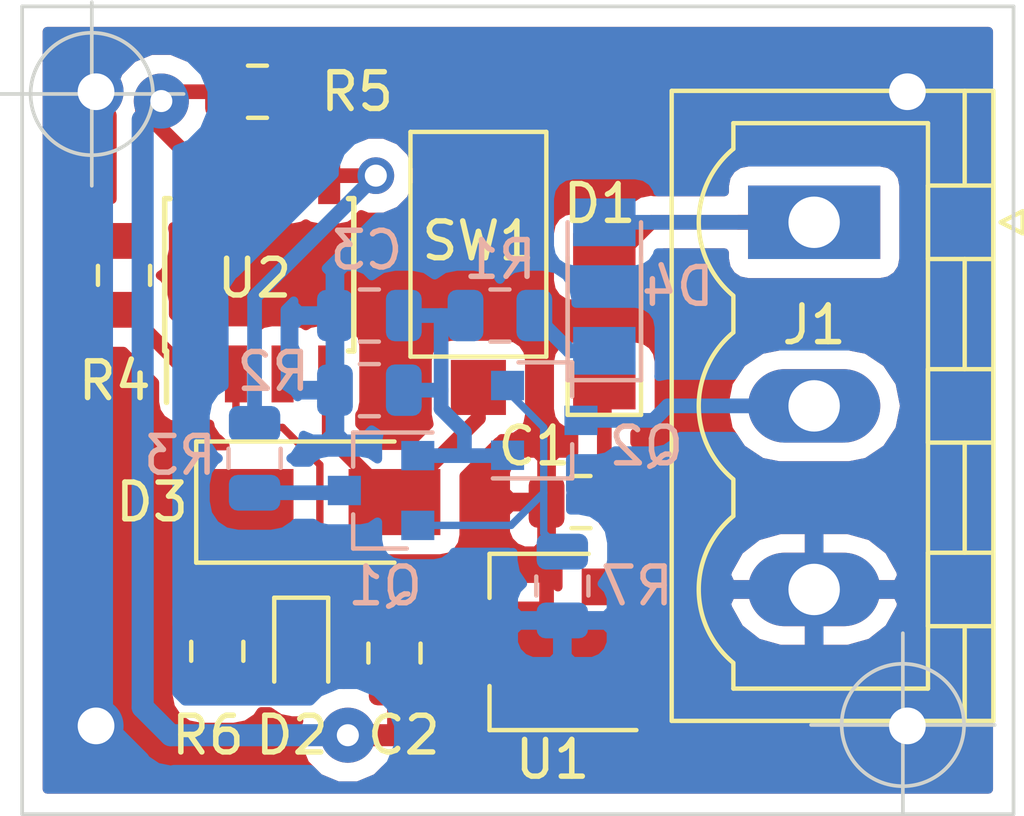
<source format=kicad_pcb>
(kicad_pcb (version 20171130) (host pcbnew 5.0.0+dfsg1-2)

  (general
    (thickness 1.6)
    (drawings 6)
    (tracks 84)
    (zones 0)
    (modules 20)
    (nets 18)
  )

  (page A4)
  (title_block
    (title TinySpeedometerEmulator)
    (date 2019-01-29)
    (comment 2 MagnusKos)
    (comment 3 Konstantin)
    (comment 4 Constantine)
  )

  (layers
    (0 F.Cu signal)
    (31 B.Cu signal)
    (32 B.Adhes user)
    (33 F.Adhes user)
    (34 B.Paste user)
    (35 F.Paste user)
    (36 B.SilkS user)
    (37 F.SilkS user)
    (38 B.Mask user)
    (39 F.Mask user)
    (40 Dwgs.User user)
    (41 Cmts.User user)
    (42 Eco1.User user)
    (43 Eco2.User user)
    (44 Edge.Cuts user)
    (45 Margin user)
    (46 B.CrtYd user)
    (47 F.CrtYd user)
    (48 B.Fab user)
    (49 F.Fab user)
  )

  (setup
    (last_trace_width 0.4)
    (user_trace_width 0.2)
    (user_trace_width 0.3)
    (user_trace_width 0.4)
    (user_trace_width 0.4)
    (user_trace_width 0.4)
    (user_trace_width 0.4)
    (user_trace_width 0.4)
    (user_trace_width 0.4)
    (trace_clearance 0.4)
    (zone_clearance 0.508)
    (zone_45_only yes)
    (trace_min 0.2)
    (segment_width 0.2)
    (edge_width 0.1)
    (via_size 1.5)
    (via_drill 1)
    (via_min_size 0.4)
    (via_min_drill 0.3)
    (user_via 1.5 1)
    (user_via 1.5 1)
    (user_via 1.5 1)
    (user_via 1.5 1)
    (user_via 1.5 1)
    (user_via 1.5 1)
    (user_via 1.5 1)
    (user_via 1.5 1)
    (uvia_size 0.3)
    (uvia_drill 0.1)
    (uvias_allowed no)
    (uvia_min_size 0.2)
    (uvia_min_drill 0.1)
    (pcb_text_width 0.3)
    (pcb_text_size 1.5 1.5)
    (mod_edge_width 0.15)
    (mod_text_size 1 1)
    (mod_text_width 0.15)
    (pad_size 1.5 1.5)
    (pad_drill 0.6)
    (pad_to_mask_clearance 0)
    (aux_axis_origin 0 0)
    (visible_elements FFFFFF7F)
    (pcbplotparams
      (layerselection 0x00040_7ffffffe)
      (usegerberextensions false)
      (usegerberattributes false)
      (usegerberadvancedattributes false)
      (creategerberjobfile false)
      (excludeedgelayer true)
      (linewidth 0.100000)
      (plotframeref false)
      (viasonmask true)
      (mode 1)
      (useauxorigin false)
      (hpglpennumber 1)
      (hpglpenspeed 20)
      (hpglpendiameter 15.000000)
      (psnegative false)
      (psa4output false)
      (plotreference true)
      (plotvalue true)
      (plotinvisibletext false)
      (padsonsilk false)
      (subtractmaskfromsilk false)
      (outputformat 5)
      (mirror false)
      (drillshape 1)
      (scaleselection 1)
      (outputdirectory "gerber/"))
  )

  (net 0 "")
  (net 1 GND)
  (net 2 +12V)
  (net 3 /SIG)
  (net 4 "Net-(R3-Pad2)")
  (net 5 "Net-(R4-Pad2)")
  (net 6 +5V)
  (net 7 "Net-(R5-Pad1)")
  (net 8 GNDD)
  (net 9 "Net-(U2-Pad3)")
  (net 10 "Net-(U2-Pad7)")
  (net 11 VCC)
  (net 12 "Net-(D2-Pad2)")
  (net 13 "Net-(R6-Pad2)")
  (net 14 "Net-(C3-Pad1)")
  (net 15 "Net-(D4-Pad1)")
  (net 16 "Net-(Q1-Pad2)")
  (net 17 /SIG_OUT)

  (net_class Default "Это класс цепей по умолчанию."
    (clearance 0.4)
    (trace_width 0.4)
    (via_dia 1.5)
    (via_drill 1)
    (uvia_dia 0.3)
    (uvia_drill 0.1)
    (add_net +12V)
    (add_net +5V)
    (add_net /SIG)
    (add_net /SIG_OUT)
    (add_net GND)
    (add_net GNDD)
    (add_net "Net-(C3-Pad1)")
    (add_net "Net-(D2-Pad2)")
    (add_net "Net-(D4-Pad1)")
    (add_net "Net-(Q1-Pad2)")
    (add_net "Net-(R3-Pad2)")
    (add_net "Net-(R4-Pad2)")
    (add_net "Net-(R5-Pad1)")
    (add_net "Net-(R6-Pad2)")
    (add_net "Net-(U2-Pad3)")
    (add_net "Net-(U2-Pad7)")
    (add_net VCC)
  )

  (net_class HomeMade ""
    (clearance 0.3)
    (trace_width 0.3)
    (via_dia 1.5)
    (via_drill 1)
    (uvia_dia 0.3)
    (uvia_drill 0.1)
  )

  (module Button_Switch_SMD:SW_SPST_CK_RS282G05A3 (layer F.Cu) (tedit 5A7A67D2) (tstamp 5C7C5827)
    (at 106.426 56.478 270)
    (descr https://www.mouser.com/ds/2/60/RS-282G05A-SM_RT-1159762.pdf)
    (tags "SPST button tactile switch")
    (path /5C504F59)
    (attr smd)
    (fp_text reference SW1 (at -0.09 0) (layer F.SilkS)
      (effects (font (size 1 1) (thickness 0.15)))
    )
    (fp_text value SW_Push (at 0 3 270) (layer F.Fab)
      (effects (font (size 1 1) (thickness 0.15)))
    )
    (fp_line (start -4.9 2.05) (end -4.9 -2.05) (layer F.CrtYd) (width 0.05))
    (fp_line (start 4.9 2.05) (end -4.9 2.05) (layer F.CrtYd) (width 0.05))
    (fp_line (start 4.9 -2.05) (end 4.9 2.05) (layer F.CrtYd) (width 0.05))
    (fp_line (start -4.9 -2.05) (end 4.9 -2.05) (layer F.CrtYd) (width 0.05))
    (fp_text user %R (at 0 -2.6 270) (layer F.Fab)
      (effects (font (size 1 1) (thickness 0.15)))
    )
    (fp_line (start -1.75 -1) (end 1.75 -1) (layer F.Fab) (width 0.1))
    (fp_line (start 1.75 -1) (end 1.75 1) (layer F.Fab) (width 0.1))
    (fp_line (start 1.75 1) (end -1.75 1) (layer F.Fab) (width 0.1))
    (fp_line (start -1.75 1) (end -1.75 -1) (layer F.Fab) (width 0.1))
    (fp_line (start -3.06 -1.85) (end 3.06 -1.85) (layer F.SilkS) (width 0.12))
    (fp_line (start 3.06 -1.85) (end 3.06 1.85) (layer F.SilkS) (width 0.12))
    (fp_line (start 3.06 1.85) (end -3.06 1.85) (layer F.SilkS) (width 0.12))
    (fp_line (start -3.06 1.85) (end -3.06 -1.85) (layer F.SilkS) (width 0.12))
    (fp_line (start -1.5 0.8) (end 1.5 0.8) (layer F.Fab) (width 0.1))
    (fp_line (start -1.5 -0.8) (end 1.5 -0.8) (layer F.Fab) (width 0.1))
    (fp_line (start 1.5 -0.8) (end 1.5 0.8) (layer F.Fab) (width 0.1))
    (fp_line (start -1.5 -0.8) (end -1.5 0.8) (layer F.Fab) (width 0.1))
    (fp_line (start -3 1.8) (end 3 1.8) (layer F.Fab) (width 0.1))
    (fp_line (start -3 -1.8) (end 3 -1.8) (layer F.Fab) (width 0.1))
    (fp_line (start -3 -1.8) (end -3 1.8) (layer F.Fab) (width 0.1))
    (fp_line (start 3 -1.8) (end 3 1.8) (layer F.Fab) (width 0.1))
    (pad 1 smd rect (at -3.9 0 270) (size 1.5 1.5) (layers F.Cu F.Paste F.Mask)
      (net 7 "Net-(R5-Pad1)"))
    (pad 2 smd rect (at 3.9 0 270) (size 1.5 1.5) (layers F.Cu F.Paste F.Mask)
      (net 8 GNDD))
    (model ${KISYS3DMOD}/Button_Switch_SMD.3dshapes/SW_SPST_CK_RS282G05A3.wrl
      (at (xyz 0 0 0))
      (scale (xyz 1 1 1))
      (rotate (xyz 0 0 0))
    )
  )

  (module Capacitor_SMD:C_0805_2012Metric (layer B.Cu) (tedit 5B36C52B) (tstamp 5C7C57E6)
    (at 103.4565 60.452 180)
    (descr "Capacitor SMD 0805 (2012 Metric), square (rectangular) end terminal, IPC_7351 nominal, (Body size source: https://docs.google.com/spreadsheets/d/1BsfQQcO9C6DZCsRaXUlFlo91Tg2WpOkGARC1WS5S8t0/edit?usp=sharing), generated with kicad-footprint-generator")
    (tags capacitor)
    (path /5C713ED5)
    (attr smd)
    (fp_text reference C3 (at 0.0785 3.81 180) (layer B.SilkS)
      (effects (font (size 1 1) (thickness 0.15)) (justify mirror))
    )
    (fp_text value 0.15 (at 0 -1.65 180) (layer B.Fab)
      (effects (font (size 1 1) (thickness 0.15)) (justify mirror))
    )
    (fp_line (start -1 -0.6) (end -1 0.6) (layer B.Fab) (width 0.1))
    (fp_line (start -1 0.6) (end 1 0.6) (layer B.Fab) (width 0.1))
    (fp_line (start 1 0.6) (end 1 -0.6) (layer B.Fab) (width 0.1))
    (fp_line (start 1 -0.6) (end -1 -0.6) (layer B.Fab) (width 0.1))
    (fp_line (start -0.258578 0.71) (end 0.258578 0.71) (layer B.SilkS) (width 0.12))
    (fp_line (start -0.258578 -0.71) (end 0.258578 -0.71) (layer B.SilkS) (width 0.12))
    (fp_line (start -1.68 -0.95) (end -1.68 0.95) (layer B.CrtYd) (width 0.05))
    (fp_line (start -1.68 0.95) (end 1.68 0.95) (layer B.CrtYd) (width 0.05))
    (fp_line (start 1.68 0.95) (end 1.68 -0.95) (layer B.CrtYd) (width 0.05))
    (fp_line (start 1.68 -0.95) (end -1.68 -0.95) (layer B.CrtYd) (width 0.05))
    (fp_text user %R (at 0 0 180) (layer B.Fab)
      (effects (font (size 0.5 0.5) (thickness 0.08)) (justify mirror))
    )
    (pad 1 smd roundrect (at -0.9375 0 180) (size 0.975 1.4) (layers B.Cu B.Paste B.Mask) (roundrect_rratio 0.25)
      (net 14 "Net-(C3-Pad1)"))
    (pad 2 smd roundrect (at 0.9375 0 180) (size 0.975 1.4) (layers B.Cu B.Paste B.Mask) (roundrect_rratio 0.25)
      (net 1 GND))
    (model ${KISYS3DMOD}/Capacitor_SMD.3dshapes/C_0805_2012Metric.wrl
      (at (xyz 0 0 0))
      (scale (xyz 1 1 1))
      (rotate (xyz 0 0 0))
    )
  )

  (module Diode_SMD:D_MiniMELF (layer F.Cu) (tedit 5905D8F5) (tstamp 5C7C5758)
    (at 109.855 58.575 90)
    (descr "Diode Mini-MELF")
    (tags "Diode Mini-MELF")
    (path /5C50641D)
    (attr smd)
    (fp_text reference D1 (at 3.203 -0.127 180) (layer F.SilkS)
      (effects (font (size 1 1) (thickness 0.15)))
    )
    (fp_text value LL4148 (at 0 1.75 90) (layer F.Fab)
      (effects (font (size 1 1) (thickness 0.15)))
    )
    (fp_line (start -2.65 1.1) (end -2.65 -1.1) (layer F.CrtYd) (width 0.05))
    (fp_line (start 2.65 1.1) (end -2.65 1.1) (layer F.CrtYd) (width 0.05))
    (fp_line (start 2.65 -1.1) (end 2.65 1.1) (layer F.CrtYd) (width 0.05))
    (fp_line (start -2.65 -1.1) (end 2.65 -1.1) (layer F.CrtYd) (width 0.05))
    (fp_line (start -0.75 0) (end -0.35 0) (layer F.Fab) (width 0.1))
    (fp_line (start -0.35 0) (end -0.35 -0.55) (layer F.Fab) (width 0.1))
    (fp_line (start -0.35 0) (end -0.35 0.55) (layer F.Fab) (width 0.1))
    (fp_line (start -0.35 0) (end 0.25 -0.4) (layer F.Fab) (width 0.1))
    (fp_line (start 0.25 -0.4) (end 0.25 0.4) (layer F.Fab) (width 0.1))
    (fp_line (start 0.25 0.4) (end -0.35 0) (layer F.Fab) (width 0.1))
    (fp_line (start 0.25 0) (end 0.75 0) (layer F.Fab) (width 0.1))
    (fp_line (start -1.65 -0.8) (end 1.65 -0.8) (layer F.Fab) (width 0.1))
    (fp_line (start -1.65 0.8) (end -1.65 -0.8) (layer F.Fab) (width 0.1))
    (fp_line (start 1.65 0.8) (end -1.65 0.8) (layer F.Fab) (width 0.1))
    (fp_line (start 1.65 -0.8) (end 1.65 0.8) (layer F.Fab) (width 0.1))
    (fp_line (start -2.55 1) (end 1.75 1) (layer F.SilkS) (width 0.12))
    (fp_line (start -2.55 -1) (end -2.55 1) (layer F.SilkS) (width 0.12))
    (fp_line (start 1.75 -1) (end -2.55 -1) (layer F.SilkS) (width 0.12))
    (fp_text user %R (at 0 -2 90) (layer F.Fab)
      (effects (font (size 1 1) (thickness 0.15)))
    )
    (pad 2 smd rect (at 1.75 0 90) (size 1.3 1.7) (layers F.Cu F.Paste F.Mask)
      (net 11 VCC))
    (pad 1 smd rect (at -1.75 0 90) (size 1.3 1.7) (layers F.Cu F.Paste F.Mask)
      (net 2 +12V))
    (model ${KISYS3DMOD}/Diode_SMD.3dshapes/D_MiniMELF.wrl
      (at (xyz 0 0 0))
      (scale (xyz 1 1 1))
      (rotate (xyz 0 0 0))
    )
  )

  (module Diode_SMD:D_MiniMELF (layer B.Cu) (tedit 5905D8F5) (tstamp 5C7C5757)
    (at 109.855 57.63 90)
    (descr "Diode Mini-MELF")
    (tags "Diode Mini-MELF")
    (path /5C717172)
    (attr smd)
    (fp_text reference D4 (at 0 2) (layer B.SilkS)
      (effects (font (size 1 1) (thickness 0.15)) (justify mirror))
    )
    (fp_text value LL4148 (at 0 -1.75 90) (layer B.Fab)
      (effects (font (size 1 1) (thickness 0.15)) (justify mirror))
    )
    (fp_text user %R (at 0 2 90) (layer B.Fab)
      (effects (font (size 1 1) (thickness 0.15)) (justify mirror))
    )
    (fp_line (start 1.75 1) (end -2.55 1) (layer B.SilkS) (width 0.12))
    (fp_line (start -2.55 1) (end -2.55 -1) (layer B.SilkS) (width 0.12))
    (fp_line (start -2.55 -1) (end 1.75 -1) (layer B.SilkS) (width 0.12))
    (fp_line (start 1.65 0.8) (end 1.65 -0.8) (layer B.Fab) (width 0.1))
    (fp_line (start 1.65 -0.8) (end -1.65 -0.8) (layer B.Fab) (width 0.1))
    (fp_line (start -1.65 -0.8) (end -1.65 0.8) (layer B.Fab) (width 0.1))
    (fp_line (start -1.65 0.8) (end 1.65 0.8) (layer B.Fab) (width 0.1))
    (fp_line (start 0.25 0) (end 0.75 0) (layer B.Fab) (width 0.1))
    (fp_line (start 0.25 -0.4) (end -0.35 0) (layer B.Fab) (width 0.1))
    (fp_line (start 0.25 0.4) (end 0.25 -0.4) (layer B.Fab) (width 0.1))
    (fp_line (start -0.35 0) (end 0.25 0.4) (layer B.Fab) (width 0.1))
    (fp_line (start -0.35 0) (end -0.35 -0.55) (layer B.Fab) (width 0.1))
    (fp_line (start -0.35 0) (end -0.35 0.55) (layer B.Fab) (width 0.1))
    (fp_line (start -0.75 0) (end -0.35 0) (layer B.Fab) (width 0.1))
    (fp_line (start -2.65 1.1) (end 2.65 1.1) (layer B.CrtYd) (width 0.05))
    (fp_line (start 2.65 1.1) (end 2.65 -1.1) (layer B.CrtYd) (width 0.05))
    (fp_line (start 2.65 -1.1) (end -2.65 -1.1) (layer B.CrtYd) (width 0.05))
    (fp_line (start -2.65 -1.1) (end -2.65 1.1) (layer B.CrtYd) (width 0.05))
    (pad 1 smd rect (at -1.75 0 90) (size 1.3 1.7) (layers B.Cu B.Paste B.Mask)
      (net 15 "Net-(D4-Pad1)"))
    (pad 2 smd rect (at 1.75 0 90) (size 1.3 1.7) (layers B.Cu B.Paste B.Mask)
      (net 11 VCC))
    (model ${KISYS3DMOD}/Diode_SMD.3dshapes/D_MiniMELF.wrl
      (at (xyz 0 0 0))
      (scale (xyz 1 1 1))
      (rotate (xyz 0 0 0))
    )
  )

  (module Diode_SMD:D_SMA (layer F.Cu) (tedit 586432E5) (tstamp 5C7C5728)
    (at 102.14 63.5)
    (descr "Diode SMA (DO-214AC)")
    (tags "Diode SMA (DO-214AC)")
    (path /5C6D929B)
    (attr smd)
    (fp_text reference D3 (at -4.604 0) (layer F.SilkS)
      (effects (font (size 1 1) (thickness 0.15)))
    )
    (fp_text value SS16 (at 0 2.6) (layer F.Fab)
      (effects (font (size 1 1) (thickness 0.15)))
    )
    (fp_text user %R (at 0 -2.5) (layer F.Fab)
      (effects (font (size 1 1) (thickness 0.15)))
    )
    (fp_line (start -3.4 -1.65) (end -3.4 1.65) (layer F.SilkS) (width 0.12))
    (fp_line (start 2.3 1.5) (end -2.3 1.5) (layer F.Fab) (width 0.1))
    (fp_line (start -2.3 1.5) (end -2.3 -1.5) (layer F.Fab) (width 0.1))
    (fp_line (start 2.3 -1.5) (end 2.3 1.5) (layer F.Fab) (width 0.1))
    (fp_line (start 2.3 -1.5) (end -2.3 -1.5) (layer F.Fab) (width 0.1))
    (fp_line (start -3.5 -1.75) (end 3.5 -1.75) (layer F.CrtYd) (width 0.05))
    (fp_line (start 3.5 -1.75) (end 3.5 1.75) (layer F.CrtYd) (width 0.05))
    (fp_line (start 3.5 1.75) (end -3.5 1.75) (layer F.CrtYd) (width 0.05))
    (fp_line (start -3.5 1.75) (end -3.5 -1.75) (layer F.CrtYd) (width 0.05))
    (fp_line (start -0.64944 0.00102) (end -1.55114 0.00102) (layer F.Fab) (width 0.1))
    (fp_line (start 0.50118 0.00102) (end 1.4994 0.00102) (layer F.Fab) (width 0.1))
    (fp_line (start -0.64944 -0.79908) (end -0.64944 0.80112) (layer F.Fab) (width 0.1))
    (fp_line (start 0.50118 0.75032) (end 0.50118 -0.79908) (layer F.Fab) (width 0.1))
    (fp_line (start -0.64944 0.00102) (end 0.50118 0.75032) (layer F.Fab) (width 0.1))
    (fp_line (start -0.64944 0.00102) (end 0.50118 -0.79908) (layer F.Fab) (width 0.1))
    (fp_line (start -3.4 1.65) (end 2 1.65) (layer F.SilkS) (width 0.12))
    (fp_line (start -3.4 -1.65) (end 2 -1.65) (layer F.SilkS) (width 0.12))
    (pad 1 smd rect (at -2 0) (size 2.5 1.8) (layers F.Cu F.Paste F.Mask)
      (net 1 GND))
    (pad 2 smd rect (at 2 0) (size 2.5 1.8) (layers F.Cu F.Paste F.Mask)
      (net 8 GNDD))
    (model ${KISYS3DMOD}/Diode_SMD.3dshapes/D_SMA.wrl
      (at (xyz 0 0 0))
      (scale (xyz 1 1 1))
      (rotate (xyz 0 0 0))
    )
  )

  (module Package_TO_SOT_SMD:SOT-23 (layer B.Cu) (tedit 5A02FF57) (tstamp 5C7C56CB)
    (at 108.22 61.275)
    (descr "SOT-23, Standard")
    (tags SOT-23)
    (path /5C700B1A)
    (attr smd)
    (fp_text reference Q2 (at 2.778 0.701) (layer B.SilkS)
      (effects (font (size 1 1) (thickness 0.15)) (justify mirror))
    )
    (fp_text value 2N7002 (at 0 -2.5) (layer B.Fab)
      (effects (font (size 1 1) (thickness 0.15)) (justify mirror))
    )
    (fp_text user %R (at 0 0 -90) (layer B.Fab)
      (effects (font (size 0.5 0.5) (thickness 0.075)) (justify mirror))
    )
    (fp_line (start -0.7 0.95) (end -0.7 -1.5) (layer B.Fab) (width 0.1))
    (fp_line (start -0.15 1.52) (end 0.7 1.52) (layer B.Fab) (width 0.1))
    (fp_line (start -0.7 0.95) (end -0.15 1.52) (layer B.Fab) (width 0.1))
    (fp_line (start 0.7 1.52) (end 0.7 -1.52) (layer B.Fab) (width 0.1))
    (fp_line (start -0.7 -1.52) (end 0.7 -1.52) (layer B.Fab) (width 0.1))
    (fp_line (start 0.76 -1.58) (end 0.76 -0.65) (layer B.SilkS) (width 0.12))
    (fp_line (start 0.76 1.58) (end 0.76 0.65) (layer B.SilkS) (width 0.12))
    (fp_line (start -1.7 1.75) (end 1.7 1.75) (layer B.CrtYd) (width 0.05))
    (fp_line (start 1.7 1.75) (end 1.7 -1.75) (layer B.CrtYd) (width 0.05))
    (fp_line (start 1.7 -1.75) (end -1.7 -1.75) (layer B.CrtYd) (width 0.05))
    (fp_line (start -1.7 -1.75) (end -1.7 1.75) (layer B.CrtYd) (width 0.05))
    (fp_line (start 0.76 1.58) (end -1.4 1.58) (layer B.SilkS) (width 0.12))
    (fp_line (start 0.76 -1.58) (end -0.7 -1.58) (layer B.SilkS) (width 0.12))
    (pad 1 smd rect (at -1 0.95) (size 0.9 0.8) (layers B.Cu B.Paste B.Mask)
      (net 14 "Net-(C3-Pad1)"))
    (pad 2 smd rect (at -1 -0.95) (size 0.9 0.8) (layers B.Cu B.Paste B.Mask)
      (net 16 "Net-(Q1-Pad2)"))
    (pad 3 smd rect (at 1 0) (size 0.9 0.8) (layers B.Cu B.Paste B.Mask)
      (net 17 /SIG_OUT))
    (model ${KISYS3DMOD}/Package_TO_SOT_SMD.3dshapes/SOT-23.wrl
      (at (xyz 0 0 0))
      (scale (xyz 1 1 1))
      (rotate (xyz 0 0 0))
    )
  )

  (module Resistor_SMD:R_0805_2012Metric (layer B.Cu) (tedit 5B36C52B) (tstamp 5C7C5674)
    (at 108.712 65.786 90)
    (descr "Resistor SMD 0805 (2012 Metric), square (rectangular) end terminal, IPC_7351 nominal, (Body size source: https://docs.google.com/spreadsheets/d/1BsfQQcO9C6DZCsRaXUlFlo91Tg2WpOkGARC1WS5S8t0/edit?usp=sharing), generated with kicad-footprint-generator")
    (tags resistor)
    (path /5C712630)
    (attr smd)
    (fp_text reference R7 (at 0 2.032 180) (layer B.SilkS)
      (effects (font (size 1 1) (thickness 0.15)) (justify mirror))
    )
    (fp_text value 470k (at 0 -1.65 90) (layer B.Fab)
      (effects (font (size 1 1) (thickness 0.15)) (justify mirror))
    )
    (fp_line (start -1 -0.6) (end -1 0.6) (layer B.Fab) (width 0.1))
    (fp_line (start -1 0.6) (end 1 0.6) (layer B.Fab) (width 0.1))
    (fp_line (start 1 0.6) (end 1 -0.6) (layer B.Fab) (width 0.1))
    (fp_line (start 1 -0.6) (end -1 -0.6) (layer B.Fab) (width 0.1))
    (fp_line (start -0.258578 0.71) (end 0.258578 0.71) (layer B.SilkS) (width 0.12))
    (fp_line (start -0.258578 -0.71) (end 0.258578 -0.71) (layer B.SilkS) (width 0.12))
    (fp_line (start -1.68 -0.95) (end -1.68 0.95) (layer B.CrtYd) (width 0.05))
    (fp_line (start -1.68 0.95) (end 1.68 0.95) (layer B.CrtYd) (width 0.05))
    (fp_line (start 1.68 0.95) (end 1.68 -0.95) (layer B.CrtYd) (width 0.05))
    (fp_line (start 1.68 -0.95) (end -1.68 -0.95) (layer B.CrtYd) (width 0.05))
    (fp_text user %R (at 0 0 90) (layer B.Fab)
      (effects (font (size 0.5 0.5) (thickness 0.08)) (justify mirror))
    )
    (pad 1 smd roundrect (at -0.9375 0 90) (size 0.975 1.4) (layers B.Cu B.Paste B.Mask) (roundrect_rratio 0.25)
      (net 1 GND))
    (pad 2 smd roundrect (at 0.9375 0 90) (size 0.975 1.4) (layers B.Cu B.Paste B.Mask) (roundrect_rratio 0.25)
      (net 16 "Net-(Q1-Pad2)"))
    (model ${KISYS3DMOD}/Resistor_SMD.3dshapes/R_0805_2012Metric.wrl
      (at (xyz 0 0 0))
      (scale (xyz 1 1 1))
      (rotate (xyz 0 0 0))
    )
  )

  (module LED_SMD:LED_0603_1608Metric (layer F.Cu) (tedit 5B301BBE) (tstamp 5C633D8D)
    (at 101.6 67.5895 270)
    (descr "LED SMD 0603 (1608 Metric), square (rectangular) end terminal, IPC_7351 nominal, (Body size source: http://www.tortai-tech.com/upload/download/2011102023233369053.pdf), generated with kicad-footprint-generator")
    (tags diode)
    (path /5C56FEBA)
    (attr smd)
    (fp_text reference D2 (at 2.2605 0.254) (layer F.SilkS)
      (effects (font (size 1 1) (thickness 0.15)))
    )
    (fp_text value LED_Small (at 0 1.43 270) (layer F.Fab)
      (effects (font (size 1 1) (thickness 0.15)))
    )
    (fp_line (start 0.8 -0.4) (end -0.5 -0.4) (layer F.Fab) (width 0.1))
    (fp_line (start -0.5 -0.4) (end -0.8 -0.1) (layer F.Fab) (width 0.1))
    (fp_line (start -0.8 -0.1) (end -0.8 0.4) (layer F.Fab) (width 0.1))
    (fp_line (start -0.8 0.4) (end 0.8 0.4) (layer F.Fab) (width 0.1))
    (fp_line (start 0.8 0.4) (end 0.8 -0.4) (layer F.Fab) (width 0.1))
    (fp_line (start 0.8 -0.735) (end -1.485 -0.735) (layer F.SilkS) (width 0.12))
    (fp_line (start -1.485 -0.735) (end -1.485 0.735) (layer F.SilkS) (width 0.12))
    (fp_line (start -1.485 0.735) (end 0.8 0.735) (layer F.SilkS) (width 0.12))
    (fp_line (start -1.48 0.73) (end -1.48 -0.73) (layer F.CrtYd) (width 0.05))
    (fp_line (start -1.48 -0.73) (end 1.48 -0.73) (layer F.CrtYd) (width 0.05))
    (fp_line (start 1.48 -0.73) (end 1.48 0.73) (layer F.CrtYd) (width 0.05))
    (fp_line (start 1.48 0.73) (end -1.48 0.73) (layer F.CrtYd) (width 0.05))
    (fp_text user %R (at 0 0 270) (layer F.Fab)
      (effects (font (size 0.4 0.4) (thickness 0.06)))
    )
    (pad 1 smd roundrect (at -0.7875 0 270) (size 0.875 0.95) (layers F.Cu F.Paste F.Mask) (roundrect_rratio 0.25)
      (net 8 GNDD))
    (pad 2 smd roundrect (at 0.7875 0 270) (size 0.875 0.95) (layers F.Cu F.Paste F.Mask) (roundrect_rratio 0.25)
      (net 12 "Net-(D2-Pad2)"))
    (model ${KISYS3DMOD}/LED_SMD.3dshapes/LED_0603_1608Metric.wrl
      (at (xyz 0 0 0))
      (scale (xyz 1 1 1))
      (rotate (xyz 0 0 0))
    )
  )

  (module Resistor_SMD:R_0805_2012Metric (layer F.Cu) (tedit 5B36C52B) (tstamp 5C633CEC)
    (at 99.314 67.564 90)
    (descr "Resistor SMD 0805 (2012 Metric), square (rectangular) end terminal, IPC_7351 nominal, (Body size source: https://docs.google.com/spreadsheets/d/1BsfQQcO9C6DZCsRaXUlFlo91Tg2WpOkGARC1WS5S8t0/edit?usp=sharing), generated with kicad-footprint-generator")
    (tags resistor)
    (path /5C56FCC8)
    (attr smd)
    (fp_text reference R6 (at -2.286 -0.254 180) (layer F.SilkS)
      (effects (font (size 1 1) (thickness 0.15)))
    )
    (fp_text value 1k (at 0 1.65 90) (layer F.Fab)
      (effects (font (size 1 1) (thickness 0.15)))
    )
    (fp_line (start -1 0.6) (end -1 -0.6) (layer F.Fab) (width 0.1))
    (fp_line (start -1 -0.6) (end 1 -0.6) (layer F.Fab) (width 0.1))
    (fp_line (start 1 -0.6) (end 1 0.6) (layer F.Fab) (width 0.1))
    (fp_line (start 1 0.6) (end -1 0.6) (layer F.Fab) (width 0.1))
    (fp_line (start -0.258578 -0.71) (end 0.258578 -0.71) (layer F.SilkS) (width 0.12))
    (fp_line (start -0.258578 0.71) (end 0.258578 0.71) (layer F.SilkS) (width 0.12))
    (fp_line (start -1.68 0.95) (end -1.68 -0.95) (layer F.CrtYd) (width 0.05))
    (fp_line (start -1.68 -0.95) (end 1.68 -0.95) (layer F.CrtYd) (width 0.05))
    (fp_line (start 1.68 -0.95) (end 1.68 0.95) (layer F.CrtYd) (width 0.05))
    (fp_line (start 1.68 0.95) (end -1.68 0.95) (layer F.CrtYd) (width 0.05))
    (fp_text user %R (at 0 0 90) (layer F.Fab)
      (effects (font (size 0.5 0.5) (thickness 0.08)))
    )
    (pad 1 smd roundrect (at -0.9375 0 90) (size 0.975 1.4) (layers F.Cu F.Paste F.Mask) (roundrect_rratio 0.25)
      (net 12 "Net-(D2-Pad2)"))
    (pad 2 smd roundrect (at 0.9375 0 90) (size 0.975 1.4) (layers F.Cu F.Paste F.Mask) (roundrect_rratio 0.25)
      (net 13 "Net-(R6-Pad2)"))
    (model ${KISYS3DMOD}/Resistor_SMD.3dshapes/R_0805_2012Metric.wrl
      (at (xyz 0 0 0))
      (scale (xyz 1 1 1))
      (rotate (xyz 0 0 0))
    )
  )

  (module Capacitor_SMD:C_0805_2012Metric (layer F.Cu) (tedit 5B36C52B) (tstamp 5C5CBB01)
    (at 104.14 67.6125 90)
    (descr "Capacitor SMD 0805 (2012 Metric), square (rectangular) end terminal, IPC_7351 nominal, (Body size source: https://docs.google.com/spreadsheets/d/1BsfQQcO9C6DZCsRaXUlFlo91Tg2WpOkGARC1WS5S8t0/edit?usp=sharing), generated with kicad-footprint-generator")
    (tags capacitor)
    (path /5C504A79)
    (attr smd)
    (fp_text reference C2 (at -2.2375 0.254 180) (layer F.SilkS)
      (effects (font (size 1 1) (thickness 0.15)))
    )
    (fp_text value 0.15 (at 0 1.65 90) (layer F.Fab)
      (effects (font (size 1 1) (thickness 0.15)))
    )
    (fp_text user %R (at 0 0 90) (layer F.Fab)
      (effects (font (size 0.5 0.5) (thickness 0.08)))
    )
    (fp_line (start 1.68 0.95) (end -1.68 0.95) (layer F.CrtYd) (width 0.05))
    (fp_line (start 1.68 -0.95) (end 1.68 0.95) (layer F.CrtYd) (width 0.05))
    (fp_line (start -1.68 -0.95) (end 1.68 -0.95) (layer F.CrtYd) (width 0.05))
    (fp_line (start -1.68 0.95) (end -1.68 -0.95) (layer F.CrtYd) (width 0.05))
    (fp_line (start -0.258578 0.71) (end 0.258578 0.71) (layer F.SilkS) (width 0.12))
    (fp_line (start -0.258578 -0.71) (end 0.258578 -0.71) (layer F.SilkS) (width 0.12))
    (fp_line (start 1 0.6) (end -1 0.6) (layer F.Fab) (width 0.1))
    (fp_line (start 1 -0.6) (end 1 0.6) (layer F.Fab) (width 0.1))
    (fp_line (start -1 -0.6) (end 1 -0.6) (layer F.Fab) (width 0.1))
    (fp_line (start -1 0.6) (end -1 -0.6) (layer F.Fab) (width 0.1))
    (pad 2 smd roundrect (at 0.9375 0 90) (size 0.975 1.4) (layers F.Cu F.Paste F.Mask) (roundrect_rratio 0.25)
      (net 1 GND))
    (pad 1 smd roundrect (at -0.9375 0 90) (size 0.975 1.4) (layers F.Cu F.Paste F.Mask) (roundrect_rratio 0.25)
      (net 6 +5V))
    (model ${KISYS3DMOD}/Capacitor_SMD.3dshapes/C_0805_2012Metric.wrl
      (at (xyz 0 0 0))
      (scale (xyz 1 1 1))
      (rotate (xyz 0 0 0))
    )
  )

  (module Capacitor_SMD:C_0805_2012Metric (layer F.Cu) (tedit 5B36C52B) (tstamp 5C5CBAF0)
    (at 109.22 63.5 180)
    (descr "Capacitor SMD 0805 (2012 Metric), square (rectangular) end terminal, IPC_7351 nominal, (Body size source: https://docs.google.com/spreadsheets/d/1BsfQQcO9C6DZCsRaXUlFlo91Tg2WpOkGARC1WS5S8t0/edit?usp=sharing), generated with kicad-footprint-generator")
    (tags capacitor)
    (path /5C5049B0)
    (attr smd)
    (fp_text reference C1 (at 1.27 1.524 180) (layer F.SilkS)
      (effects (font (size 1 1) (thickness 0.15)))
    )
    (fp_text value 1u (at 0 1.65 180) (layer F.Fab)
      (effects (font (size 1 1) (thickness 0.15)))
    )
    (fp_line (start -1 0.6) (end -1 -0.6) (layer F.Fab) (width 0.1))
    (fp_line (start -1 -0.6) (end 1 -0.6) (layer F.Fab) (width 0.1))
    (fp_line (start 1 -0.6) (end 1 0.6) (layer F.Fab) (width 0.1))
    (fp_line (start 1 0.6) (end -1 0.6) (layer F.Fab) (width 0.1))
    (fp_line (start -0.258578 -0.71) (end 0.258578 -0.71) (layer F.SilkS) (width 0.12))
    (fp_line (start -0.258578 0.71) (end 0.258578 0.71) (layer F.SilkS) (width 0.12))
    (fp_line (start -1.68 0.95) (end -1.68 -0.95) (layer F.CrtYd) (width 0.05))
    (fp_line (start -1.68 -0.95) (end 1.68 -0.95) (layer F.CrtYd) (width 0.05))
    (fp_line (start 1.68 -0.95) (end 1.68 0.95) (layer F.CrtYd) (width 0.05))
    (fp_line (start 1.68 0.95) (end -1.68 0.95) (layer F.CrtYd) (width 0.05))
    (fp_text user %R (at 0 0 180) (layer F.Fab)
      (effects (font (size 0.5 0.5) (thickness 0.08)))
    )
    (pad 1 smd roundrect (at -0.9375 0 180) (size 0.975 1.4) (layers F.Cu F.Paste F.Mask) (roundrect_rratio 0.25)
      (net 2 +12V))
    (pad 2 smd roundrect (at 0.9375 0 180) (size 0.975 1.4) (layers F.Cu F.Paste F.Mask) (roundrect_rratio 0.25)
      (net 1 GND))
    (model ${KISYS3DMOD}/Capacitor_SMD.3dshapes/C_0805_2012Metric.wrl
      (at (xyz 0 0 0))
      (scale (xyz 1 1 1))
      (rotate (xyz 0 0 0))
    )
  )

  (module Connector_Phoenix_MSTB:PhoenixContact_MSTBVA_2,5_3-G_1x03_P5.00mm_Vertical (layer F.Cu) (tedit 5A00FA1D) (tstamp 5C5CBADF)
    (at 115.57 55.88 270)
    (descr "Generic Phoenix Contact connector footprint for: MSTBVA_2,5/3-G; number of pins: 03; pin pitch: 5.00mm; Vertical || order number: 1755529 12A || order number: 1924208 16A (HC)")
    (tags "phoenix_contact connector MSTBVA_01x03_G_5.00mm")
    (path /5C513BAC)
    (fp_text reference J1 (at 2.794 0) (layer F.SilkS)
      (effects (font (size 1 1) (thickness 0.15)))
    )
    (fp_text value Conn_01x03 (at 5 4.8 270) (layer F.Fab)
      (effects (font (size 1 1) (thickness 0.15)))
    )
    (fp_arc (start 0 0.55) (end -2 2.2) (angle -100.5) (layer F.SilkS) (width 0.12))
    (fp_arc (start 5 0.55) (end 3 2.2) (angle -100.5) (layer F.SilkS) (width 0.12))
    (fp_arc (start 10 0.55) (end 8 2.2) (angle -100.5) (layer F.SilkS) (width 0.12))
    (fp_line (start -3.58 -4.88) (end -3.58 3.88) (layer F.SilkS) (width 0.12))
    (fp_line (start -3.58 3.88) (end 13.58 3.88) (layer F.SilkS) (width 0.12))
    (fp_line (start 13.58 3.88) (end 13.58 -4.88) (layer F.SilkS) (width 0.12))
    (fp_line (start 13.58 -4.88) (end -3.58 -4.88) (layer F.SilkS) (width 0.12))
    (fp_line (start -3.5 -4.8) (end -3.5 3.8) (layer F.Fab) (width 0.1))
    (fp_line (start -3.5 3.8) (end 13.5 3.8) (layer F.Fab) (width 0.1))
    (fp_line (start 13.5 3.8) (end 13.5 -4.8) (layer F.Fab) (width 0.1))
    (fp_line (start 13.5 -4.8) (end -3.5 -4.8) (layer F.Fab) (width 0.1))
    (fp_line (start -3.58 -4.1) (end -1.08 -4.1) (layer F.SilkS) (width 0.12))
    (fp_line (start 13.58 -4.1) (end 11.08 -4.1) (layer F.SilkS) (width 0.12))
    (fp_line (start 1 -4.1) (end 4 -4.1) (layer F.SilkS) (width 0.12))
    (fp_line (start 6 -4.1) (end 9 -4.1) (layer F.SilkS) (width 0.12))
    (fp_line (start -1 -3.1) (end -1 -4.88) (layer F.SilkS) (width 0.12))
    (fp_line (start -1 -4.88) (end 1 -4.88) (layer F.SilkS) (width 0.12))
    (fp_line (start 1 -4.88) (end 1 -3.1) (layer F.SilkS) (width 0.12))
    (fp_line (start 1 -3.1) (end -1 -3.1) (layer F.SilkS) (width 0.12))
    (fp_line (start 4 -3.1) (end 4 -4.88) (layer F.SilkS) (width 0.12))
    (fp_line (start 4 -4.88) (end 6 -4.88) (layer F.SilkS) (width 0.12))
    (fp_line (start 6 -4.88) (end 6 -3.1) (layer F.SilkS) (width 0.12))
    (fp_line (start 6 -3.1) (end 4 -3.1) (layer F.SilkS) (width 0.12))
    (fp_line (start 9 -3.1) (end 9 -4.88) (layer F.SilkS) (width 0.12))
    (fp_line (start 9 -4.88) (end 11 -4.88) (layer F.SilkS) (width 0.12))
    (fp_line (start 11 -4.88) (end 11 -3.1) (layer F.SilkS) (width 0.12))
    (fp_line (start 11 -3.1) (end 9 -3.1) (layer F.SilkS) (width 0.12))
    (fp_line (start 2 2.2) (end 3 2.2) (layer F.SilkS) (width 0.12))
    (fp_line (start 7 2.2) (end 8 2.2) (layer F.SilkS) (width 0.12))
    (fp_line (start -2 2.2) (end -2.7 2.2) (layer F.SilkS) (width 0.12))
    (fp_line (start -2.7 2.2) (end -2.7 -3.1) (layer F.SilkS) (width 0.12))
    (fp_line (start -2.7 -3.1) (end 12.7 -3.1) (layer F.SilkS) (width 0.12))
    (fp_line (start 12.7 -3.1) (end 12.7 2.2) (layer F.SilkS) (width 0.12))
    (fp_line (start 12.7 2.2) (end 12 2.2) (layer F.SilkS) (width 0.12))
    (fp_line (start -4 -5.3) (end -4 4.3) (layer F.CrtYd) (width 0.05))
    (fp_line (start -4 4.3) (end 14 4.3) (layer F.CrtYd) (width 0.05))
    (fp_line (start 14 4.3) (end 14 -5.3) (layer F.CrtYd) (width 0.05))
    (fp_line (start 14 -5.3) (end -4 -5.3) (layer F.CrtYd) (width 0.05))
    (fp_line (start 0.3 -5.68) (end 0 -5.08) (layer F.SilkS) (width 0.12))
    (fp_line (start 0 -5.08) (end -0.3 -5.68) (layer F.SilkS) (width 0.12))
    (fp_line (start -0.3 -5.68) (end 0.3 -5.68) (layer F.SilkS) (width 0.12))
    (fp_line (start 0.5 -3.55) (end 0 -2.55) (layer F.Fab) (width 0.1))
    (fp_line (start 0 -2.55) (end -0.5 -3.55) (layer F.Fab) (width 0.1))
    (fp_line (start -0.5 -3.55) (end 0.5 -3.55) (layer F.Fab) (width 0.1))
    (fp_text user %R (at 5 -3 270) (layer F.Fab)
      (effects (font (size 1 1) (thickness 0.15)))
    )
    (pad 1 thru_hole rect (at 0 0 270) (size 2 3.6) (drill 1.4) (layers *.Cu *.Mask)
      (net 11 VCC))
    (pad 2 thru_hole oval (at 5 0 270) (size 2 3.6) (drill 1.4) (layers *.Cu *.Mask)
      (net 17 /SIG_OUT))
    (pad 3 thru_hole oval (at 10 0 270) (size 2 3.6) (drill 1.4) (layers *.Cu *.Mask)
      (net 1 GND))
    (model ${KISYS3DMOD}/Connector_Phoenix_MSTB.3dshapes/PhoenixContact_MSTBVA_2,5_3-G_1x03_P5.00mm_Vertical.wrl
      (at (xyz 0 0 0))
      (scale (xyz 1 1 1))
      (rotate (xyz 0 0 0))
    )
  )

  (module Package_SO:SOIC-8_3.9x4.9mm_P1.27mm (layer F.Cu) (tedit 5A02F2D3) (tstamp 5C5CBA8C)
    (at 100.457 57.31 90)
    (descr "8-Lead Plastic Small Outline (SN) - Narrow, 3.90 mm Body [SOIC] (see Microchip Packaging Specification 00000049BS.pdf)")
    (tags "SOIC 1.27")
    (path /5C50463B)
    (attr smd)
    (fp_text reference U2 (at -0.094 -0.127 180) (layer F.SilkS)
      (effects (font (size 1 1) (thickness 0.15)))
    )
    (fp_text value ATtiny13A-SSU (at 0 3.5 90) (layer F.Fab)
      (effects (font (size 1 1) (thickness 0.15)))
    )
    (fp_text user %R (at 0 0 90) (layer F.Fab)
      (effects (font (size 1 1) (thickness 0.15)))
    )
    (fp_line (start -0.95 -2.45) (end 1.95 -2.45) (layer F.Fab) (width 0.1))
    (fp_line (start 1.95 -2.45) (end 1.95 2.45) (layer F.Fab) (width 0.1))
    (fp_line (start 1.95 2.45) (end -1.95 2.45) (layer F.Fab) (width 0.1))
    (fp_line (start -1.95 2.45) (end -1.95 -1.45) (layer F.Fab) (width 0.1))
    (fp_line (start -1.95 -1.45) (end -0.95 -2.45) (layer F.Fab) (width 0.1))
    (fp_line (start -3.73 -2.7) (end -3.73 2.7) (layer F.CrtYd) (width 0.05))
    (fp_line (start 3.73 -2.7) (end 3.73 2.7) (layer F.CrtYd) (width 0.05))
    (fp_line (start -3.73 -2.7) (end 3.73 -2.7) (layer F.CrtYd) (width 0.05))
    (fp_line (start -3.73 2.7) (end 3.73 2.7) (layer F.CrtYd) (width 0.05))
    (fp_line (start -2.075 -2.575) (end -2.075 -2.525) (layer F.SilkS) (width 0.15))
    (fp_line (start 2.075 -2.575) (end 2.075 -2.43) (layer F.SilkS) (width 0.15))
    (fp_line (start 2.075 2.575) (end 2.075 2.43) (layer F.SilkS) (width 0.15))
    (fp_line (start -2.075 2.575) (end -2.075 2.43) (layer F.SilkS) (width 0.15))
    (fp_line (start -2.075 -2.575) (end 2.075 -2.575) (layer F.SilkS) (width 0.15))
    (fp_line (start -2.075 2.575) (end 2.075 2.575) (layer F.SilkS) (width 0.15))
    (fp_line (start -2.075 -2.525) (end -3.475 -2.525) (layer F.SilkS) (width 0.15))
    (pad 1 smd rect (at -2.7 -1.905 90) (size 1.55 0.6) (layers F.Cu F.Paste F.Mask)
      (net 5 "Net-(R4-Pad2)"))
    (pad 2 smd rect (at -2.7 -0.635 90) (size 1.55 0.6) (layers F.Cu F.Paste F.Mask)
      (net 13 "Net-(R6-Pad2)"))
    (pad 3 smd rect (at -2.7 0.635 90) (size 1.55 0.6) (layers F.Cu F.Paste F.Mask)
      (net 9 "Net-(U2-Pad3)"))
    (pad 4 smd rect (at -2.7 1.905 90) (size 1.55 0.6) (layers F.Cu F.Paste F.Mask)
      (net 8 GNDD))
    (pad 5 smd rect (at 2.7 1.905 90) (size 1.55 0.6) (layers F.Cu F.Paste F.Mask)
      (net 4 "Net-(R3-Pad2)"))
    (pad 6 smd rect (at 2.7 0.635 90) (size 1.55 0.6) (layers F.Cu F.Paste F.Mask)
      (net 7 "Net-(R5-Pad1)"))
    (pad 7 smd rect (at 2.7 -0.635 90) (size 1.55 0.6) (layers F.Cu F.Paste F.Mask)
      (net 10 "Net-(U2-Pad7)"))
    (pad 8 smd rect (at 2.7 -1.905 90) (size 1.55 0.6) (layers F.Cu F.Paste F.Mask)
      (net 6 +5V))
    (model ${KISYS3DMOD}/Package_SO.3dshapes/SOIC-8_3.9x4.9mm_P1.27mm.wrl
      (at (xyz 0 0 0))
      (scale (xyz 1 1 1))
      (rotate (xyz 0 0 0))
    )
  )

  (module Package_TO_SOT_SMD:SOT-23 (layer B.Cu) (tedit 5A02FF57) (tstamp 5C5CBA6F)
    (at 103.775 63.185 180)
    (descr "SOT-23, Standard")
    (tags SOT-23)
    (path /5C700BC3)
    (attr smd)
    (fp_text reference Q1 (at -0.111 -2.601) (layer B.SilkS)
      (effects (font (size 1 1) (thickness 0.15)) (justify mirror))
    )
    (fp_text value 2N7002 (at 0 -2.5 180) (layer B.Fab)
      (effects (font (size 1 1) (thickness 0.15)) (justify mirror))
    )
    (fp_text user %R (at 0 0 90) (layer B.Fab)
      (effects (font (size 0.5 0.5) (thickness 0.075)) (justify mirror))
    )
    (fp_line (start -0.7 0.95) (end -0.7 -1.5) (layer B.Fab) (width 0.1))
    (fp_line (start -0.15 1.52) (end 0.7 1.52) (layer B.Fab) (width 0.1))
    (fp_line (start -0.7 0.95) (end -0.15 1.52) (layer B.Fab) (width 0.1))
    (fp_line (start 0.7 1.52) (end 0.7 -1.52) (layer B.Fab) (width 0.1))
    (fp_line (start -0.7 -1.52) (end 0.7 -1.52) (layer B.Fab) (width 0.1))
    (fp_line (start 0.76 -1.58) (end 0.76 -0.65) (layer B.SilkS) (width 0.12))
    (fp_line (start 0.76 1.58) (end 0.76 0.65) (layer B.SilkS) (width 0.12))
    (fp_line (start -1.7 1.75) (end 1.7 1.75) (layer B.CrtYd) (width 0.05))
    (fp_line (start 1.7 1.75) (end 1.7 -1.75) (layer B.CrtYd) (width 0.05))
    (fp_line (start 1.7 -1.75) (end -1.7 -1.75) (layer B.CrtYd) (width 0.05))
    (fp_line (start -1.7 -1.75) (end -1.7 1.75) (layer B.CrtYd) (width 0.05))
    (fp_line (start 0.76 1.58) (end -1.4 1.58) (layer B.SilkS) (width 0.12))
    (fp_line (start 0.76 -1.58) (end -0.7 -1.58) (layer B.SilkS) (width 0.12))
    (pad 1 smd rect (at -1 0.95 180) (size 0.9 0.8) (layers B.Cu B.Paste B.Mask)
      (net 14 "Net-(C3-Pad1)"))
    (pad 2 smd rect (at -1 -0.95 180) (size 0.9 0.8) (layers B.Cu B.Paste B.Mask)
      (net 16 "Net-(Q1-Pad2)"))
    (pad 3 smd rect (at 1 0 180) (size 0.9 0.8) (layers B.Cu B.Paste B.Mask)
      (net 3 /SIG))
    (model ${KISYS3DMOD}/Package_TO_SOT_SMD.3dshapes/SOT-23.wrl
      (at (xyz 0 0 0))
      (scale (xyz 1 1 1))
      (rotate (xyz 0 0 0))
    )
  )

  (module Package_TO_SOT_SMD:SOT-89-3 (layer F.Cu) (tedit 5C537DCB) (tstamp 5C5CBA5A)
    (at 108.5088 67.31 180)
    (descr SOT-89-3)
    (tags SOT-89-3)
    (path /5C50484F)
    (attr smd)
    (fp_text reference U1 (at 0.0635 -3.2 180) (layer F.SilkS)
      (effects (font (size 1 1) (thickness 0.15)))
    )
    (fp_text value L78L05_SOT89 (at 0.45 3.25 180) (layer F.Fab)
      (effects (font (size 1 1) (thickness 0.15)))
    )
    (fp_text user %R (at 0.38 0 270) (layer F.Fab)
      (effects (font (size 0.6 0.6) (thickness 0.09)))
    )
    (fp_line (start 1.78 1.2) (end 1.78 2.4) (layer F.SilkS) (width 0.12))
    (fp_line (start 1.78 2.4) (end -0.92 2.4) (layer F.SilkS) (width 0.12))
    (fp_line (start -2.22 -2.4) (end 1.78 -2.4) (layer F.SilkS) (width 0.12))
    (fp_line (start 1.78 -2.4) (end 1.78 -1.2) (layer F.SilkS) (width 0.12))
    (fp_line (start -0.92 -1.51) (end -0.13 -2.3) (layer F.Fab) (width 0.1))
    (fp_line (start 1.68 -2.3) (end 1.68 2.3) (layer F.Fab) (width 0.1))
    (fp_line (start 1.68 2.3) (end -0.92 2.3) (layer F.Fab) (width 0.1))
    (fp_line (start -0.92 2.3) (end -0.92 -1.51) (layer F.Fab) (width 0.1))
    (fp_line (start -0.13 -2.3) (end 1.68 -2.3) (layer F.Fab) (width 0.1))
    (fp_line (start 3.23 -2.55) (end 3.23 2.55) (layer F.CrtYd) (width 0.05))
    (fp_line (start 3.23 -2.55) (end -2.48 -2.55) (layer F.CrtYd) (width 0.05))
    (fp_line (start -2.48 2.55) (end 3.23 2.55) (layer F.CrtYd) (width 0.05))
    (fp_line (start -2.48 2.55) (end -2.48 -2.55) (layer F.CrtYd) (width 0.05))
    (pad 2 smd trapezoid (at 2.667 0 90) (size 1.6 0.85) (rect_delta 0 0.6 ) (layers F.Cu F.Paste F.Mask)
      (net 1 GND))
    (pad 1 smd rect (at -1.48 -1.5 90) (size 1 1.5) (layers F.Cu F.Paste F.Mask)
      (net 6 +5V))
    (pad 2 smd rect (at -1.3335 0 90) (size 1 1.8) (layers F.Cu F.Paste F.Mask)
      (net 1 GND))
    (pad 3 smd rect (at -1.48 1.5 90) (size 1 1.5) (layers F.Cu F.Paste F.Mask)
      (net 2 +12V))
    (pad 2 smd rect (at 1.3335 0 90) (size 2.2 1.84) (layers F.Cu F.Paste F.Mask)
      (net 1 GND))
    (pad 2 smd trapezoid (at -0.0762 0 270) (size 1.5 1) (rect_delta 0 0.7 ) (layers F.Cu F.Paste F.Mask)
      (net 1 GND))
    (model ${KISYS3DMOD}/Package_TO_SOT_SMD.3dshapes/SOT-89-3.wrl
      (at (xyz 0 0 0))
      (scale (xyz 1 1 1))
      (rotate (xyz 0 0 0))
    )
  )

  (module Resistor_SMD:R_0805_2012Metric (layer F.Cu) (tedit 5B36C52B) (tstamp 5C5CBA42)
    (at 100.4085 52.324 180)
    (descr "Resistor SMD 0805 (2012 Metric), square (rectangular) end terminal, IPC_7351 nominal, (Body size source: https://docs.google.com/spreadsheets/d/1BsfQQcO9C6DZCsRaXUlFlo91Tg2WpOkGARC1WS5S8t0/edit?usp=sharing), generated with kicad-footprint-generator")
    (tags resistor)
    (path /5C504CC0)
    (attr smd)
    (fp_text reference R5 (at -2.7155 0 180) (layer F.SilkS)
      (effects (font (size 1 1) (thickness 0.15)))
    )
    (fp_text value 10k (at 0 1.65 180) (layer F.Fab)
      (effects (font (size 1 1) (thickness 0.15)))
    )
    (fp_line (start -1 0.6) (end -1 -0.6) (layer F.Fab) (width 0.1))
    (fp_line (start -1 -0.6) (end 1 -0.6) (layer F.Fab) (width 0.1))
    (fp_line (start 1 -0.6) (end 1 0.6) (layer F.Fab) (width 0.1))
    (fp_line (start 1 0.6) (end -1 0.6) (layer F.Fab) (width 0.1))
    (fp_line (start -0.258578 -0.71) (end 0.258578 -0.71) (layer F.SilkS) (width 0.12))
    (fp_line (start -0.258578 0.71) (end 0.258578 0.71) (layer F.SilkS) (width 0.12))
    (fp_line (start -1.68 0.95) (end -1.68 -0.95) (layer F.CrtYd) (width 0.05))
    (fp_line (start -1.68 -0.95) (end 1.68 -0.95) (layer F.CrtYd) (width 0.05))
    (fp_line (start 1.68 -0.95) (end 1.68 0.95) (layer F.CrtYd) (width 0.05))
    (fp_line (start 1.68 0.95) (end -1.68 0.95) (layer F.CrtYd) (width 0.05))
    (fp_text user %R (at 0 0 180) (layer F.Fab)
      (effects (font (size 0.5 0.5) (thickness 0.08)))
    )
    (pad 1 smd roundrect (at -0.9375 0 180) (size 0.975 1.4) (layers F.Cu F.Paste F.Mask) (roundrect_rratio 0.25)
      (net 7 "Net-(R5-Pad1)"))
    (pad 2 smd roundrect (at 0.9375 0 180) (size 0.975 1.4) (layers F.Cu F.Paste F.Mask) (roundrect_rratio 0.25)
      (net 6 +5V))
    (model ${KISYS3DMOD}/Resistor_SMD.3dshapes/R_0805_2012Metric.wrl
      (at (xyz 0 0 0))
      (scale (xyz 1 1 1))
      (rotate (xyz 0 0 0))
    )
  )

  (module Resistor_SMD:R_0805_2012Metric (layer F.Cu) (tedit 5B36C52B) (tstamp 5C5CBA31)
    (at 96.774 57.3255 270)
    (descr "Resistor SMD 0805 (2012 Metric), square (rectangular) end terminal, IPC_7351 nominal, (Body size source: https://docs.google.com/spreadsheets/d/1BsfQQcO9C6DZCsRaXUlFlo91Tg2WpOkGARC1WS5S8t0/edit?usp=sharing), generated with kicad-footprint-generator")
    (tags resistor)
    (path /5C504C86)
    (attr smd)
    (fp_text reference R4 (at 2.8725 0.254) (layer F.SilkS)
      (effects (font (size 1 1) (thickness 0.15)))
    )
    (fp_text value 10k (at 0 1.65 270) (layer F.Fab)
      (effects (font (size 1 1) (thickness 0.15)))
    )
    (fp_text user %R (at 0 0 270) (layer F.Fab)
      (effects (font (size 0.5 0.5) (thickness 0.08)))
    )
    (fp_line (start 1.68 0.95) (end -1.68 0.95) (layer F.CrtYd) (width 0.05))
    (fp_line (start 1.68 -0.95) (end 1.68 0.95) (layer F.CrtYd) (width 0.05))
    (fp_line (start -1.68 -0.95) (end 1.68 -0.95) (layer F.CrtYd) (width 0.05))
    (fp_line (start -1.68 0.95) (end -1.68 -0.95) (layer F.CrtYd) (width 0.05))
    (fp_line (start -0.258578 0.71) (end 0.258578 0.71) (layer F.SilkS) (width 0.12))
    (fp_line (start -0.258578 -0.71) (end 0.258578 -0.71) (layer F.SilkS) (width 0.12))
    (fp_line (start 1 0.6) (end -1 0.6) (layer F.Fab) (width 0.1))
    (fp_line (start 1 -0.6) (end 1 0.6) (layer F.Fab) (width 0.1))
    (fp_line (start -1 -0.6) (end 1 -0.6) (layer F.Fab) (width 0.1))
    (fp_line (start -1 0.6) (end -1 -0.6) (layer F.Fab) (width 0.1))
    (pad 2 smd roundrect (at 0.9375 0 270) (size 0.975 1.4) (layers F.Cu F.Paste F.Mask) (roundrect_rratio 0.25)
      (net 5 "Net-(R4-Pad2)"))
    (pad 1 smd roundrect (at -0.9375 0 270) (size 0.975 1.4) (layers F.Cu F.Paste F.Mask) (roundrect_rratio 0.25)
      (net 6 +5V))
    (model ${KISYS3DMOD}/Resistor_SMD.3dshapes/R_0805_2012Metric.wrl
      (at (xyz 0 0 0))
      (scale (xyz 1 1 1))
      (rotate (xyz 0 0 0))
    )
  )

  (module Resistor_SMD:R_0805_2012Metric (layer B.Cu) (tedit 5B36C52B) (tstamp 5C5CBA20)
    (at 100.33 62.3085 90)
    (descr "Resistor SMD 0805 (2012 Metric), square (rectangular) end terminal, IPC_7351 nominal, (Body size source: https://docs.google.com/spreadsheets/d/1BsfQQcO9C6DZCsRaXUlFlo91Tg2WpOkGARC1WS5S8t0/edit?usp=sharing), generated with kicad-footprint-generator")
    (tags resistor)
    (path /5C504D01)
    (attr smd)
    (fp_text reference R3 (at 0.0785 -2.032 180) (layer B.SilkS)
      (effects (font (size 1 1) (thickness 0.15)) (justify mirror))
    )
    (fp_text value 100 (at 0 -1.65 90) (layer B.Fab)
      (effects (font (size 1 1) (thickness 0.15)) (justify mirror))
    )
    (fp_line (start -1 -0.6) (end -1 0.6) (layer B.Fab) (width 0.1))
    (fp_line (start -1 0.6) (end 1 0.6) (layer B.Fab) (width 0.1))
    (fp_line (start 1 0.6) (end 1 -0.6) (layer B.Fab) (width 0.1))
    (fp_line (start 1 -0.6) (end -1 -0.6) (layer B.Fab) (width 0.1))
    (fp_line (start -0.258578 0.71) (end 0.258578 0.71) (layer B.SilkS) (width 0.12))
    (fp_line (start -0.258578 -0.71) (end 0.258578 -0.71) (layer B.SilkS) (width 0.12))
    (fp_line (start -1.68 -0.95) (end -1.68 0.95) (layer B.CrtYd) (width 0.05))
    (fp_line (start -1.68 0.95) (end 1.68 0.95) (layer B.CrtYd) (width 0.05))
    (fp_line (start 1.68 0.95) (end 1.68 -0.95) (layer B.CrtYd) (width 0.05))
    (fp_line (start 1.68 -0.95) (end -1.68 -0.95) (layer B.CrtYd) (width 0.05))
    (fp_text user %R (at 0 0 90) (layer B.Fab)
      (effects (font (size 0.5 0.5) (thickness 0.08)) (justify mirror))
    )
    (pad 1 smd roundrect (at -0.9375 0 90) (size 0.975 1.4) (layers B.Cu B.Paste B.Mask) (roundrect_rratio 0.25)
      (net 3 /SIG))
    (pad 2 smd roundrect (at 0.9375 0 90) (size 0.975 1.4) (layers B.Cu B.Paste B.Mask) (roundrect_rratio 0.25)
      (net 4 "Net-(R3-Pad2)"))
    (model ${KISYS3DMOD}/Resistor_SMD.3dshapes/R_0805_2012Metric.wrl
      (at (xyz 0 0 0))
      (scale (xyz 1 1 1))
      (rotate (xyz 0 0 0))
    )
  )

  (module Resistor_SMD:R_0805_2012Metric (layer B.Cu) (tedit 5B36C52B) (tstamp 5C5CBA0F)
    (at 103.4565 58.42 180)
    (descr "Resistor SMD 0805 (2012 Metric), square (rectangular) end terminal, IPC_7351 nominal, (Body size source: https://docs.google.com/spreadsheets/d/1BsfQQcO9C6DZCsRaXUlFlo91Tg2WpOkGARC1WS5S8t0/edit?usp=sharing), generated with kicad-footprint-generator")
    (tags resistor)
    (path /5C70A7D1)
    (attr smd)
    (fp_text reference R2 (at 2.6185 -1.524 180) (layer B.SilkS)
      (effects (font (size 1 1) (thickness 0.15)) (justify mirror))
    )
    (fp_text value 100k (at 0 -1.65 180) (layer B.Fab)
      (effects (font (size 1 1) (thickness 0.15)) (justify mirror))
    )
    (fp_text user %R (at 0 0 180) (layer B.Fab)
      (effects (font (size 0.5 0.5) (thickness 0.08)) (justify mirror))
    )
    (fp_line (start 1.68 -0.95) (end -1.68 -0.95) (layer B.CrtYd) (width 0.05))
    (fp_line (start 1.68 0.95) (end 1.68 -0.95) (layer B.CrtYd) (width 0.05))
    (fp_line (start -1.68 0.95) (end 1.68 0.95) (layer B.CrtYd) (width 0.05))
    (fp_line (start -1.68 -0.95) (end -1.68 0.95) (layer B.CrtYd) (width 0.05))
    (fp_line (start -0.258578 -0.71) (end 0.258578 -0.71) (layer B.SilkS) (width 0.12))
    (fp_line (start -0.258578 0.71) (end 0.258578 0.71) (layer B.SilkS) (width 0.12))
    (fp_line (start 1 -0.6) (end -1 -0.6) (layer B.Fab) (width 0.1))
    (fp_line (start 1 0.6) (end 1 -0.6) (layer B.Fab) (width 0.1))
    (fp_line (start -1 0.6) (end 1 0.6) (layer B.Fab) (width 0.1))
    (fp_line (start -1 -0.6) (end -1 0.6) (layer B.Fab) (width 0.1))
    (pad 2 smd roundrect (at 0.9375 0 180) (size 0.975 1.4) (layers B.Cu B.Paste B.Mask) (roundrect_rratio 0.25)
      (net 1 GND))
    (pad 1 smd roundrect (at -0.9375 0 180) (size 0.975 1.4) (layers B.Cu B.Paste B.Mask) (roundrect_rratio 0.25)
      (net 14 "Net-(C3-Pad1)"))
    (model ${KISYS3DMOD}/Resistor_SMD.3dshapes/R_0805_2012Metric.wrl
      (at (xyz 0 0 0))
      (scale (xyz 1 1 1))
      (rotate (xyz 0 0 0))
    )
  )

  (module Resistor_SMD:R_0805_2012Metric (layer B.Cu) (tedit 5B36C52B) (tstamp 5C5CB9FE)
    (at 107.0125 58.42)
    (descr "Resistor SMD 0805 (2012 Metric), square (rectangular) end terminal, IPC_7351 nominal, (Body size source: https://docs.google.com/spreadsheets/d/1BsfQQcO9C6DZCsRaXUlFlo91Tg2WpOkGARC1WS5S8t0/edit?usp=sharing), generated with kicad-footprint-generator")
    (tags resistor)
    (path /5C70A70D)
    (attr smd)
    (fp_text reference R1 (at 0 -1.524) (layer B.SilkS)
      (effects (font (size 1 1) (thickness 0.15)) (justify mirror))
    )
    (fp_text value 1k (at 0 -1.65) (layer B.Fab)
      (effects (font (size 1 1) (thickness 0.15)) (justify mirror))
    )
    (fp_line (start -1 -0.6) (end -1 0.6) (layer B.Fab) (width 0.1))
    (fp_line (start -1 0.6) (end 1 0.6) (layer B.Fab) (width 0.1))
    (fp_line (start 1 0.6) (end 1 -0.6) (layer B.Fab) (width 0.1))
    (fp_line (start 1 -0.6) (end -1 -0.6) (layer B.Fab) (width 0.1))
    (fp_line (start -0.258578 0.71) (end 0.258578 0.71) (layer B.SilkS) (width 0.12))
    (fp_line (start -0.258578 -0.71) (end 0.258578 -0.71) (layer B.SilkS) (width 0.12))
    (fp_line (start -1.68 -0.95) (end -1.68 0.95) (layer B.CrtYd) (width 0.05))
    (fp_line (start -1.68 0.95) (end 1.68 0.95) (layer B.CrtYd) (width 0.05))
    (fp_line (start 1.68 0.95) (end 1.68 -0.95) (layer B.CrtYd) (width 0.05))
    (fp_line (start 1.68 -0.95) (end -1.68 -0.95) (layer B.CrtYd) (width 0.05))
    (fp_text user %R (at 0 0) (layer B.Fab)
      (effects (font (size 0.5 0.5) (thickness 0.08)) (justify mirror))
    )
    (pad 1 smd roundrect (at -0.9375 0) (size 0.975 1.4) (layers B.Cu B.Paste B.Mask) (roundrect_rratio 0.25)
      (net 14 "Net-(C3-Pad1)"))
    (pad 2 smd roundrect (at 0.9375 0) (size 0.975 1.4) (layers B.Cu B.Paste B.Mask) (roundrect_rratio 0.25)
      (net 15 "Net-(D4-Pad1)"))
    (model ${KISYS3DMOD}/Resistor_SMD.3dshapes/R_0805_2012Metric.wrl
      (at (xyz 0 0 0))
      (scale (xyz 1 1 1))
      (rotate (xyz 0 0 0))
    )
  )

  (gr_line (start 94 50) (end 94 72) (layer Edge.Cuts) (width 0.1))
  (gr_line (start 121 72) (end 121 50) (layer Edge.Cuts) (width 0.1))
  (gr_line (start 94 72) (end 121 72) (layer Edge.Cuts) (width 0.1))
  (gr_line (start 121 50) (end 94 50) (layer Edge.Cuts) (width 0.1))
  (target plus (at 117.986319 69.571289) (size 5) (width 0.1) (layer Edge.Cuts) (tstamp 5C5CDCF0))
  (target plus (at 95.896329 52.38538) (size 5) (width 0.1) (layer Edge.Cuts))

  (via (at 96.012 52.324) (size 1.5) (drill 1) (layers F.Cu B.Cu) (net 1))
  (via (at 118.11 69.596) (size 1.5) (drill 1) (layers F.Cu B.Cu) (net 1))
  (via (at 118.11 52.324) (size 1.5) (drill 1) (layers F.Cu B.Cu) (net 1) (tstamp 5C79EFF3))
  (via (at 96.012 69.596) (size 1.5) (drill 1) (layers F.Cu B.Cu) (net 1) (tstamp 5C79F0CA))
  (segment (start 108.2825 67.0075) (end 108.585 67.31) (width 0.4) (layer F.Cu) (net 1))
  (segment (start 108.2825 63.5) (end 108.2825 67.0075) (width 0.4) (layer F.Cu) (net 1))
  (segment (start 105.2068 66.675) (end 105.8418 67.31) (width 0.4) (layer F.Cu) (net 1))
  (segment (start 104.14 66.675) (end 105.2068 66.675) (width 0.4) (layer F.Cu) (net 1))
  (via (at 102.87 69.85) (size 1.5) (drill 0.6) (layers F.Cu B.Cu) (net 6) (tstamp 5C79C9B2))
  (via (at 97.79 52.578) (size 1.5) (drill 0.6) (layers F.Cu B.Cu) (net 6) (tstamp 5C79CC52))
  (segment (start 109.855 60.325) (end 109.855 62.23) (width 0.4) (layer F.Cu) (net 2))
  (segment (start 109.855 62.23) (end 110.49 62.865) (width 0.4) (layer F.Cu) (net 2))
  (segment (start 110.1575 63.1975) (end 110.1575 63.5) (width 0.4) (layer F.Cu) (net 2))
  (segment (start 110.49 62.865) (end 110.1575 63.1975) (width 0.4) (layer F.Cu) (net 2))
  (segment (start 109.9888 68.81) (end 109.9888 69.0812) (width 0.4) (layer F.Cu) (net 6))
  (segment (start 109.22 69.85) (end 102.87 69.85) (width 0.6) (layer F.Cu) (net 6))
  (segment (start 109.9888 69.0812) (end 109.22 69.85) (width 0.6) (layer F.Cu) (net 6))
  (segment (start 104.14 68.55) (end 104.14 69.85) (width 0.4) (layer F.Cu) (net 6))
  (segment (start 114.3 55.88) (end 113.5 55.88) (width 0.4) (layer F.Cu) (net 11))
  (segment (start 114.3 55.88) (end 111.125 55.88) (width 0.4) (layer F.Cu) (net 11))
  (segment (start 111.125 55.88) (end 110.18 56.825) (width 0.4) (layer F.Cu) (net 11))
  (segment (start 115.57 55.88) (end 109.855 55.88) (width 0.4) (layer B.Cu) (net 11))
  (segment (start 110.1575 65.6413) (end 109.9888 65.81) (width 0.4) (layer F.Cu) (net 2))
  (segment (start 110.1575 63.5) (end 110.1575 65.6413) (width 0.4) (layer F.Cu) (net 2))
  (segment (start 102.714 63.246) (end 102.775 63.185) (width 0.4) (layer B.Cu) (net 3))
  (segment (start 100.33 63.246) (end 102.714 63.246) (width 0.4) (layer B.Cu) (net 3))
  (segment (start 107.21 62.235) (end 107.22 62.225) (width 0.4) (layer B.Cu) (net 14))
  (segment (start 105.41 58.42) (end 106.075 58.42) (width 0.4) (layer B.Cu) (net 14))
  (segment (start 104.4425 58.42) (end 105.41 58.42) (width 0.4) (layer B.Cu) (net 14))
  (segment (start 106.045 61.595) (end 106.045 62.235) (width 0.4) (layer B.Cu) (net 14))
  (segment (start 105.41 60.96) (end 106.045 61.595) (width 0.4) (layer B.Cu) (net 14))
  (segment (start 104.775 62.235) (end 106.045 62.235) (width 0.4) (layer B.Cu) (net 14))
  (segment (start 106.045 62.235) (end 107.21 62.235) (width 0.4) (layer B.Cu) (net 14))
  (via (at 103.632 54.61) (size 1) (drill 0.6) (layers F.Cu B.Cu) (net 4))
  (segment (start 102.362 54.61) (end 103.632 54.61) (width 0.4) (layer F.Cu) (net 4))
  (segment (start 100.33 57.912) (end 103.632 54.61) (width 0.4) (layer B.Cu) (net 4))
  (segment (start 100.33 61.371) (end 100.33 57.912) (width 0.4) (layer B.Cu) (net 4))
  (segment (start 96.805 58.263) (end 98.552 60.01) (width 0.4) (layer F.Cu) (net 5))
  (segment (start 96.774 58.263) (end 96.805 58.263) (width 0.4) (layer F.Cu) (net 5))
  (segment (start 102.87 69.85) (end 98.044 69.85) (width 0.6) (layer B.Cu) (net 6))
  (segment (start 98.044 69.85) (end 97.282 69.088) (width 0.6) (layer B.Cu) (net 6))
  (segment (start 97.79 52.324) (end 97.282 52.832) (width 0.4) (layer F.Cu) (net 6))
  (segment (start 99.217 52.324) (end 97.79 52.324) (width 0.4) (layer F.Cu) (net 6))
  (segment (start 97.282 52.832) (end 97.282 53.34) (width 0.4) (layer F.Cu) (net 6))
  (segment (start 97.282 55.88) (end 96.774 56.388) (width 0.4) (layer F.Cu) (net 6))
  (segment (start 97.282 52.832) (end 97.282 55.88) (width 0.4) (layer F.Cu) (net 6))
  (segment (start 98.552 54.102) (end 97.282 52.832) (width 0.4) (layer F.Cu) (net 6))
  (segment (start 98.552 54.61) (end 98.552 54.102) (width 0.4) (layer F.Cu) (net 6))
  (segment (start 97.282 53.086) (end 97.79 52.578) (width 0.4) (layer B.Cu) (net 6))
  (segment (start 97.282 69.088) (end 97.282 53.086) (width 0.6) (layer B.Cu) (net 6))
  (segment (start 101.092 54.61) (end 101.092 52.324) (width 0.4) (layer F.Cu) (net 7))
  (segment (start 101.346 52.578) (end 101.092 52.324) (width 0.4) (layer F.Cu) (net 7))
  (segment (start 106.426 52.578) (end 101.346 52.578) (width 0.4) (layer F.Cu) (net 7))
  (segment (start 101.6 66.04) (end 104.14 63.5) (width 0.4) (layer F.Cu) (net 8))
  (segment (start 101.6 66.802) (end 101.6 66.04) (width 0.4) (layer F.Cu) (net 8))
  (segment (start 106.426 61.214) (end 104.14 63.5) (width 0.4) (layer F.Cu) (net 8))
  (segment (start 106.426 60.378) (end 106.426 61.214) (width 0.4) (layer F.Cu) (net 8))
  (segment (start 102.362 61.722) (end 104.14 63.5) (width 0.4) (layer F.Cu) (net 8))
  (segment (start 102.362 60.01) (end 102.362 61.722) (width 0.4) (layer F.Cu) (net 8))
  (segment (start 99.4385 68.377) (end 99.314 68.5015) (width 0.4) (layer F.Cu) (net 12))
  (segment (start 101.6 68.377) (end 99.4385 68.377) (width 0.4) (layer F.Cu) (net 12))
  (segment (start 99.314 66.6265) (end 99.9975 66.6265) (width 0.2) (layer F.Cu) (net 13))
  (segment (start 100.076 61.468) (end 99.822 61.214) (width 0.2) (layer F.Cu) (net 13))
  (segment (start 102.108 64.516) (end 102.108 62.484) (width 0.2) (layer F.Cu) (net 13))
  (segment (start 99.9975 66.6265) (end 102.108 64.516) (width 0.2) (layer F.Cu) (net 13))
  (segment (start 102.108 62.484) (end 101.092 61.468) (width 0.2) (layer F.Cu) (net 13))
  (segment (start 101.092 61.468) (end 100.076 61.468) (width 0.2) (layer F.Cu) (net 13))
  (segment (start 99.822 61.214) (end 99.822 60.01) (width 0.2) (layer F.Cu) (net 13))
  (segment (start 105.41 60.452) (end 105.41 60.96) (width 0.4) (layer B.Cu) (net 14))
  (segment (start 105.41 60.452) (end 104.394 60.452) (width 0.4) (layer B.Cu) (net 14))
  (segment (start 105.41 58.42) (end 105.41 60.452) (width 0.4) (layer B.Cu) (net 14))
  (segment (start 108.91 59.38) (end 107.95 58.42) (width 0.4) (layer B.Cu) (net 15))
  (segment (start 109.855 59.38) (end 108.91 59.38) (width 0.4) (layer B.Cu) (net 15))
  (segment (start 107.22 60.325) (end 107.22 60.484) (width 0.3) (layer B.Cu) (net 16))
  (segment (start 107.22 60.484) (end 108.204 61.468) (width 0.2) (layer B.Cu) (net 16))
  (segment (start 108.204 61.468) (end 108.204 63.246) (width 0.2) (layer B.Cu) (net 16))
  (segment (start 107.315 64.135) (end 104.775 64.135) (width 0.2) (layer B.Cu) (net 16))
  (segment (start 108.204 63.246) (end 107.315 64.135) (width 0.2) (layer B.Cu) (net 16))
  (segment (start 108.204 64.3405) (end 108.712 64.8485) (width 0.2) (layer B.Cu) (net 16))
  (segment (start 108.204 63.246) (end 108.204 64.3405) (width 0.2) (layer B.Cu) (net 16))
  (segment (start 115.175 61.275) (end 115.57 60.88) (width 0.4) (layer B.Cu) (net 17))
  (segment (start 115.57 60.88) (end 111.586 60.88) (width 0.4) (layer B.Cu) (net 17))
  (segment (start 111.191 61.275) (end 109.22 61.275) (width 0.4) (layer B.Cu) (net 17))
  (segment (start 111.586 60.88) (end 111.191 61.275) (width 0.4) (layer B.Cu) (net 17))

  (zone (net 1) (net_name GND) (layer B.Cu) (tstamp 5C79F23B) (hatch full 0.508)
    (connect_pads (clearance 0.508))
    (min_thickness 0.254)
    (fill yes (arc_segments 16) (thermal_gap 0.508) (thermal_bridge_width 0.508))
    (polygon
      (pts
        (xy 121 50) (xy 121 72) (xy 94 72) (xy 94 50)
      )
    )
    (filled_polygon
      (pts
        (xy 120.315 71.315) (xy 94.685 71.315) (xy 94.685 69.088) (xy 96.328683 69.088) (xy 96.347 69.180085)
        (xy 96.40125 69.452818) (xy 96.607903 69.762097) (xy 96.685972 69.814261) (xy 97.317741 70.44603) (xy 97.369903 70.524097)
        (xy 97.447969 70.576259) (xy 97.679181 70.73075) (xy 98.044 70.803317) (xy 98.136086 70.785) (xy 101.846313 70.785)
        (xy 102.08546 71.024147) (xy 102.594506 71.235) (xy 103.145494 71.235) (xy 103.65454 71.024147) (xy 104.044147 70.63454)
        (xy 104.255 70.125494) (xy 104.255 69.574506) (xy 104.044147 69.06546) (xy 103.65454 68.675853) (xy 103.145494 68.465)
        (xy 102.594506 68.465) (xy 102.08546 68.675853) (xy 101.846313 68.915) (xy 98.43129 68.915) (xy 98.217 68.700711)
        (xy 98.217 67.00925) (xy 107.377 67.00925) (xy 107.377 67.337309) (xy 107.473673 67.570698) (xy 107.652301 67.749327)
        (xy 107.88569 67.846) (xy 108.42625 67.846) (xy 108.585 67.68725) (xy 108.585 66.8505) (xy 108.839 66.8505)
        (xy 108.839 67.68725) (xy 108.99775 67.846) (xy 109.53831 67.846) (xy 109.771699 67.749327) (xy 109.950327 67.570698)
        (xy 110.047 67.337309) (xy 110.047 67.00925) (xy 109.88825 66.8505) (xy 108.839 66.8505) (xy 108.585 66.8505)
        (xy 107.53575 66.8505) (xy 107.377 67.00925) (xy 98.217 67.00925) (xy 98.217 61.12725) (xy 98.98256 61.12725)
        (xy 98.98256 61.61475) (xy 99.050398 61.955794) (xy 99.243584 62.244916) (xy 99.338744 62.3085) (xy 99.243584 62.372084)
        (xy 99.050398 62.661206) (xy 98.98256 63.00225) (xy 98.98256 63.48975) (xy 99.050398 63.830794) (xy 99.243584 64.119916)
        (xy 99.532706 64.313102) (xy 99.87375 64.38094) (xy 100.78625 64.38094) (xy 101.127294 64.313102) (xy 101.416416 64.119916)
        (xy 101.442419 64.081) (xy 101.924347 64.081) (xy 102.077235 64.183157) (xy 102.325 64.23244) (xy 103.225 64.23244)
        (xy 103.472765 64.183157) (xy 103.67756 64.046316) (xy 103.67756 64.535) (xy 103.726843 64.782765) (xy 103.867191 64.992809)
        (xy 104.077235 65.133157) (xy 104.325 65.18244) (xy 105.225 65.18244) (xy 105.472765 65.133157) (xy 105.682809 64.992809)
        (xy 105.764868 64.87) (xy 107.242616 64.87) (xy 107.315 64.884398) (xy 107.36456 64.87454) (xy 107.36456 65.09225)
        (xy 107.432398 65.433294) (xy 107.625584 65.722416) (xy 107.626767 65.723207) (xy 107.473673 65.876302) (xy 107.377 66.109691)
        (xy 107.377 66.43775) (xy 107.53575 66.5965) (xy 108.585 66.5965) (xy 108.585 66.5765) (xy 108.839 66.5765)
        (xy 108.839 66.5965) (xy 109.88825 66.5965) (xy 110.047 66.43775) (xy 110.047 66.260434) (xy 113.179876 66.260434)
        (xy 113.210856 66.388355) (xy 113.524078 66.946317) (xy 114.02698 67.341942) (xy 114.643 67.515) (xy 115.443 67.515)
        (xy 115.443 66.007) (xy 115.697 66.007) (xy 115.697 67.515) (xy 116.497 67.515) (xy 117.11302 67.341942)
        (xy 117.615922 66.946317) (xy 117.929144 66.388355) (xy 117.960124 66.260434) (xy 117.840777 66.007) (xy 115.697 66.007)
        (xy 115.443 66.007) (xy 113.299223 66.007) (xy 113.179876 66.260434) (xy 110.047 66.260434) (xy 110.047 66.109691)
        (xy 109.950327 65.876302) (xy 109.797233 65.723207) (xy 109.798416 65.722416) (xy 109.94732 65.499566) (xy 113.179876 65.499566)
        (xy 113.299223 65.753) (xy 115.443 65.753) (xy 115.443 64.245) (xy 115.697 64.245) (xy 115.697 65.753)
        (xy 117.840777 65.753) (xy 117.960124 65.499566) (xy 117.929144 65.371645) (xy 117.615922 64.813683) (xy 117.11302 64.418058)
        (xy 116.497 64.245) (xy 115.697 64.245) (xy 115.443 64.245) (xy 114.643 64.245) (xy 114.02698 64.418058)
        (xy 113.524078 64.813683) (xy 113.210856 65.371645) (xy 113.179876 65.499566) (xy 109.94732 65.499566) (xy 109.991602 65.433294)
        (xy 110.05944 65.09225) (xy 110.05944 64.60475) (xy 109.991602 64.263706) (xy 109.798416 63.974584) (xy 109.509294 63.781398)
        (xy 109.16825 63.71356) (xy 108.939 63.71356) (xy 108.939 63.318384) (xy 108.953398 63.246) (xy 108.939 63.173616)
        (xy 108.939 62.32244) (xy 109.67 62.32244) (xy 109.917765 62.273157) (xy 110.127809 62.132809) (xy 110.14305 62.11)
        (xy 111.108767 62.11) (xy 111.191 62.126357) (xy 111.273233 62.11) (xy 111.273237 62.11) (xy 111.516801 62.061552)
        (xy 111.793001 61.877001) (xy 111.839587 61.80728) (xy 111.931867 61.715) (xy 113.361532 61.715) (xy 113.591231 62.058769)
        (xy 114.132055 62.420136) (xy 114.608969 62.515) (xy 116.531031 62.515) (xy 117.007945 62.420136) (xy 117.548769 62.058769)
        (xy 117.910136 61.517945) (xy 118.037031 60.88) (xy 117.910136 60.242055) (xy 117.548769 59.701231) (xy 117.007945 59.339864)
        (xy 116.531031 59.245) (xy 114.608969 59.245) (xy 114.132055 59.339864) (xy 113.591231 59.701231) (xy 113.361532 60.045)
        (xy 111.668232 60.045) (xy 111.585999 60.028643) (xy 111.503766 60.045) (xy 111.503763 60.045) (xy 111.3431 60.076958)
        (xy 111.35244 60.03) (xy 111.35244 58.73) (xy 111.303157 58.482235) (xy 111.162809 58.272191) (xy 110.952765 58.131843)
        (xy 110.705 58.08256) (xy 109.08494 58.08256) (xy 109.08494 57.96375) (xy 109.017102 57.622706) (xy 108.823916 57.333584)
        (xy 108.534794 57.140398) (xy 108.19375 57.07256) (xy 107.70625 57.07256) (xy 107.365206 57.140398) (xy 107.076084 57.333584)
        (xy 107.0125 57.428744) (xy 106.948916 57.333584) (xy 106.659794 57.140398) (xy 106.31875 57.07256) (xy 105.83125 57.07256)
        (xy 105.490206 57.140398) (xy 105.2345 57.311256) (xy 104.978794 57.140398) (xy 104.63775 57.07256) (xy 104.15025 57.07256)
        (xy 103.809206 57.140398) (xy 103.520084 57.333584) (xy 103.519293 57.334767) (xy 103.366198 57.181673) (xy 103.132809 57.085)
        (xy 102.80475 57.085) (xy 102.646 57.24375) (xy 102.646 58.293) (xy 102.666 58.293) (xy 102.666 58.547)
        (xy 102.646 58.547) (xy 102.646 60.325) (xy 102.666 60.325) (xy 102.666 60.579) (xy 102.646 60.579)
        (xy 102.646 61.62825) (xy 102.80475 61.787) (xy 103.132809 61.787) (xy 103.366198 61.690327) (xy 103.519293 61.537233)
        (xy 103.520084 61.538416) (xy 103.711158 61.666088) (xy 103.67756 61.835) (xy 103.67756 62.323684) (xy 103.472765 62.186843)
        (xy 103.225 62.13756) (xy 102.325 62.13756) (xy 102.077235 62.186843) (xy 101.867191 62.327191) (xy 101.811191 62.411)
        (xy 101.442419 62.411) (xy 101.416416 62.372084) (xy 101.321256 62.3085) (xy 101.416416 62.244916) (xy 101.609602 61.955794)
        (xy 101.663966 61.682491) (xy 101.671802 61.690327) (xy 101.905191 61.787) (xy 102.23325 61.787) (xy 102.392 61.62825)
        (xy 102.392 60.579) (xy 101.55525 60.579) (xy 101.504836 60.629414) (xy 101.416416 60.497084) (xy 101.165 60.329092)
        (xy 101.165 58.70575) (xy 101.3965 58.70575) (xy 101.3965 59.24631) (xy 101.475072 59.436) (xy 101.3965 59.62569)
        (xy 101.3965 60.16625) (xy 101.55525 60.325) (xy 102.392 60.325) (xy 102.392 58.547) (xy 101.55525 58.547)
        (xy 101.3965 58.70575) (xy 101.165 58.70575) (xy 101.165 58.257867) (xy 101.3965 58.026367) (xy 101.3965 58.13425)
        (xy 101.55525 58.293) (xy 102.392 58.293) (xy 102.392 57.24375) (xy 102.285559 57.137309) (xy 103.677868 55.745)
        (xy 103.857766 55.745) (xy 104.274926 55.572207) (xy 104.594207 55.252926) (xy 104.603703 55.23) (xy 108.35756 55.23)
        (xy 108.35756 56.53) (xy 108.406843 56.777765) (xy 108.547191 56.987809) (xy 108.757235 57.128157) (xy 109.005 57.17744)
        (xy 110.705 57.17744) (xy 110.952765 57.128157) (xy 111.162809 56.987809) (xy 111.303157 56.777765) (xy 111.315642 56.715)
        (xy 113.12256 56.715) (xy 113.12256 56.88) (xy 113.171843 57.127765) (xy 113.312191 57.337809) (xy 113.522235 57.478157)
        (xy 113.77 57.52744) (xy 117.37 57.52744) (xy 117.617765 57.478157) (xy 117.827809 57.337809) (xy 117.968157 57.127765)
        (xy 118.01744 56.88) (xy 118.01744 54.88) (xy 117.968157 54.632235) (xy 117.827809 54.422191) (xy 117.617765 54.281843)
        (xy 117.37 54.23256) (xy 113.77 54.23256) (xy 113.522235 54.281843) (xy 113.312191 54.422191) (xy 113.171843 54.632235)
        (xy 113.12256 54.88) (xy 113.12256 55.045) (xy 111.315642 55.045) (xy 111.303157 54.982235) (xy 111.162809 54.772191)
        (xy 110.952765 54.631843) (xy 110.705 54.58256) (xy 109.005 54.58256) (xy 108.757235 54.631843) (xy 108.547191 54.772191)
        (xy 108.406843 54.982235) (xy 108.35756 55.23) (xy 104.603703 55.23) (xy 104.767 54.835766) (xy 104.767 54.384234)
        (xy 104.594207 53.967074) (xy 104.274926 53.647793) (xy 103.857766 53.475) (xy 103.406234 53.475) (xy 102.989074 53.647793)
        (xy 102.669793 53.967074) (xy 102.497 54.384234) (xy 102.497 54.564132) (xy 99.797718 57.263415) (xy 99.728 57.309999)
        (xy 99.681416 57.379717) (xy 99.543448 57.5862) (xy 99.478643 57.912) (xy 99.495001 57.994238) (xy 99.495 60.329092)
        (xy 99.243584 60.497084) (xy 99.050398 60.786206) (xy 98.98256 61.12725) (xy 98.217 61.12725) (xy 98.217 53.900244)
        (xy 98.57454 53.752147) (xy 98.964147 53.36254) (xy 99.175 52.853494) (xy 99.175 52.302506) (xy 98.964147 51.79346)
        (xy 98.57454 51.403853) (xy 98.065494 51.193) (xy 97.514506 51.193) (xy 97.00546 51.403853) (xy 96.615853 51.79346)
        (xy 96.405 52.302506) (xy 96.405 52.71557) (xy 96.401251 52.721181) (xy 96.347001 52.993914) (xy 96.347 68.995914)
        (xy 96.328683 69.088) (xy 94.685 69.088) (xy 94.685 50.685) (xy 120.315001 50.685)
      )
    )
  )
  (zone (net 1) (net_name GND) (layer F.Cu) (tstamp 5C79F238) (hatch edge 0.508)
    (connect_pads (clearance 0.508))
    (min_thickness 0.254)
    (fill yes (arc_segments 16) (thermal_gap 0.508) (thermal_bridge_width 0.508))
    (polygon
      (pts
        (xy 121 50) (xy 121 72) (xy 94 72) (xy 94 50)
      )
    )
    (filled_polygon
      (pts
        (xy 120.315 71.315) (xy 94.685 71.315) (xy 94.685 63.78575) (xy 98.255 63.78575) (xy 98.255 64.52631)
        (xy 98.351673 64.759699) (xy 98.530302 64.938327) (xy 98.763691 65.035) (xy 99.85425 65.035) (xy 100.013 64.87625)
        (xy 100.013 63.627) (xy 98.41375 63.627) (xy 98.255 63.78575) (xy 94.685 63.78575) (xy 94.685 56.14425)
        (xy 95.42656 56.14425) (xy 95.42656 56.63175) (xy 95.494398 56.972794) (xy 95.687584 57.261916) (xy 95.782744 57.3255)
        (xy 95.687584 57.389084) (xy 95.494398 57.678206) (xy 95.42656 58.01925) (xy 95.42656 58.50675) (xy 95.494398 58.847794)
        (xy 95.687584 59.136916) (xy 95.976706 59.330102) (xy 96.31775 59.39794) (xy 96.759073 59.39794) (xy 97.60456 60.243428)
        (xy 97.60456 60.785) (xy 97.653843 61.032765) (xy 97.794191 61.242809) (xy 98.004235 61.383157) (xy 98.252 61.43244)
        (xy 98.852 61.43244) (xy 99.099765 61.383157) (xy 99.105488 61.379333) (xy 99.129646 61.500782) (xy 99.292095 61.743905)
        (xy 99.353465 61.784911) (xy 99.505089 61.936535) (xy 99.524109 61.965) (xy 98.763691 61.965) (xy 98.530302 62.061673)
        (xy 98.351673 62.240301) (xy 98.255 62.47369) (xy 98.255 63.21425) (xy 98.41375 63.373) (xy 100.013 63.373)
        (xy 100.013 63.353) (xy 100.267 63.353) (xy 100.267 63.373) (xy 100.287 63.373) (xy 100.287 63.627)
        (xy 100.267 63.627) (xy 100.267 64.87625) (xy 100.42575 65.035) (xy 100.549553 65.035) (xy 100.039447 65.545107)
        (xy 99.77025 65.49156) (xy 98.85775 65.49156) (xy 98.516706 65.559398) (xy 98.227584 65.752584) (xy 98.034398 66.041706)
        (xy 97.96656 66.38275) (xy 97.96656 66.87025) (xy 98.034398 67.211294) (xy 98.227584 67.500416) (xy 98.322744 67.564)
        (xy 98.227584 67.627584) (xy 98.034398 67.916706) (xy 97.96656 68.25775) (xy 97.96656 68.74525) (xy 98.034398 69.086294)
        (xy 98.227584 69.375416) (xy 98.516706 69.568602) (xy 98.85775 69.63644) (xy 99.77025 69.63644) (xy 100.111294 69.568602)
        (xy 100.400416 69.375416) (xy 100.509608 69.212) (xy 100.73689 69.212) (xy 101.012273 69.396005) (xy 101.34375 69.46194)
        (xy 101.531626 69.46194) (xy 101.485 69.574506) (xy 101.485 70.125494) (xy 101.695853 70.63454) (xy 102.08546 71.024147)
        (xy 102.594506 71.235) (xy 103.145494 71.235) (xy 103.65454 71.024147) (xy 103.893687 70.785) (xy 109.127914 70.785)
        (xy 109.22 70.803317) (xy 109.312086 70.785) (xy 109.584819 70.73075) (xy 109.894097 70.524097) (xy 109.946261 70.446028)
        (xy 110.43485 69.95744) (xy 110.7388 69.95744) (xy 110.986565 69.908157) (xy 111.196609 69.767809) (xy 111.336957 69.557765)
        (xy 111.38624 69.31) (xy 111.38624 68.31) (xy 111.336957 68.062235) (xy 111.329662 68.051317) (xy 111.3773 67.936309)
        (xy 111.3773 67.59575) (xy 111.21855 67.437) (xy 109.9693 67.437) (xy 109.9693 67.457) (xy 109.73244 67.457)
        (xy 109.73244 67.437) (xy 107.3023 67.437) (xy 107.3023 67.457) (xy 107.0483 67.457) (xy 107.0483 67.437)
        (xy 105.77905 67.437) (xy 105.75905 67.457) (xy 105.7148 67.457) (xy 105.7148 67.437) (xy 105.6948 67.437)
        (xy 105.6948 67.183) (xy 105.7148 67.183) (xy 105.7148 67.163) (xy 105.75905 67.163) (xy 105.77905 67.183)
        (xy 107.0483 67.183) (xy 107.0483 65.73375) (xy 107.3023 65.73375) (xy 107.3023 67.183) (xy 109.73244 67.183)
        (xy 109.73244 67.163) (xy 109.9693 67.163) (xy 109.9693 67.183) (xy 111.21855 67.183) (xy 111.3773 67.02425)
        (xy 111.3773 66.683691) (xy 111.329662 66.568683) (xy 111.336957 66.557765) (xy 111.38624 66.31) (xy 111.38624 66.260434)
        (xy 113.179876 66.260434) (xy 113.210856 66.388355) (xy 113.524078 66.946317) (xy 114.02698 67.341942) (xy 114.643 67.515)
        (xy 115.443 67.515) (xy 115.443 66.007) (xy 115.697 66.007) (xy 115.697 67.515) (xy 116.497 67.515)
        (xy 117.11302 67.341942) (xy 117.615922 66.946317) (xy 117.929144 66.388355) (xy 117.960124 66.260434) (xy 117.840777 66.007)
        (xy 115.697 66.007) (xy 115.443 66.007) (xy 113.299223 66.007) (xy 113.179876 66.260434) (xy 111.38624 66.260434)
        (xy 111.38624 65.499566) (xy 113.179876 65.499566) (xy 113.299223 65.753) (xy 115.443 65.753) (xy 115.443 64.245)
        (xy 115.697 64.245) (xy 115.697 65.753) (xy 117.840777 65.753) (xy 117.960124 65.499566) (xy 117.929144 65.371645)
        (xy 117.615922 64.813683) (xy 117.11302 64.418058) (xy 116.497 64.245) (xy 115.697 64.245) (xy 115.443 64.245)
        (xy 114.643 64.245) (xy 114.02698 64.418058) (xy 113.524078 64.813683) (xy 113.210856 65.371645) (xy 113.179876 65.499566)
        (xy 111.38624 65.499566) (xy 111.38624 65.31) (xy 111.336957 65.062235) (xy 111.196609 64.852191) (xy 110.9925 64.715809)
        (xy 110.9925 64.612419) (xy 111.031416 64.586416) (xy 111.224602 64.297294) (xy 111.29244 63.95625) (xy 111.29244 63.110926)
        (xy 111.298321 63.081358) (xy 111.341358 62.865) (xy 111.276552 62.5392) (xy 111.138584 62.332716) (xy 111.092001 62.262999)
        (xy 111.022283 62.216415) (xy 110.69 61.884133) (xy 110.69 61.62244) (xy 110.705 61.62244) (xy 110.952765 61.573157)
        (xy 111.162809 61.432809) (xy 111.303157 61.222765) (xy 111.35244 60.975) (xy 111.35244 60.88) (xy 113.102969 60.88)
        (xy 113.229864 61.517945) (xy 113.591231 62.058769) (xy 114.132055 62.420136) (xy 114.608969 62.515) (xy 116.531031 62.515)
        (xy 117.007945 62.420136) (xy 117.548769 62.058769) (xy 117.910136 61.517945) (xy 118.037031 60.88) (xy 117.910136 60.242055)
        (xy 117.548769 59.701231) (xy 117.007945 59.339864) (xy 116.531031 59.245) (xy 114.608969 59.245) (xy 114.132055 59.339864)
        (xy 113.591231 59.701231) (xy 113.229864 60.242055) (xy 113.102969 60.88) (xy 111.35244 60.88) (xy 111.35244 59.675)
        (xy 111.303157 59.427235) (xy 111.162809 59.217191) (xy 110.952765 59.076843) (xy 110.705 59.02756) (xy 109.005 59.02756)
        (xy 108.757235 59.076843) (xy 108.547191 59.217191) (xy 108.406843 59.427235) (xy 108.35756 59.675) (xy 108.35756 60.975)
        (xy 108.406843 61.222765) (xy 108.547191 61.432809) (xy 108.757235 61.573157) (xy 109.005 61.62244) (xy 109.020001 61.62244)
        (xy 109.020001 62.147762) (xy 109.007418 62.211023) (xy 108.896309 62.165) (xy 108.56825 62.165) (xy 108.4095 62.32375)
        (xy 108.4095 63.373) (xy 108.4295 63.373) (xy 108.4295 63.627) (xy 108.4095 63.627) (xy 108.4095 64.67625)
        (xy 108.56825 64.835) (xy 108.806719 64.835) (xy 108.780991 64.852191) (xy 108.640643 65.062235) (xy 108.59136 65.31)
        (xy 108.59136 65.808035) (xy 108.454999 65.671673) (xy 108.401252 65.64941) (xy 108.332765 65.611843) (xy 108.29004 65.603344)
        (xy 108.22161 65.575) (xy 108.147541 65.575) (xy 108.085 65.56256) (xy 108.022459 65.575) (xy 107.46105 65.575)
        (xy 107.3023 65.73375) (xy 107.0483 65.73375) (xy 106.88955 65.575) (xy 106.384675 65.575) (xy 106.376805 65.571974)
        (xy 106.258695 65.575) (xy 106.12899 65.575) (xy 105.895601 65.671673) (xy 105.716973 65.850302) (xy 105.7148 65.855548)
        (xy 105.7148 65.807155) (xy 105.447832 65.995603) (xy 105.378327 65.827802) (xy 105.199699 65.649173) (xy 104.96631 65.5525)
        (xy 104.42575 65.5525) (xy 104.267 65.71125) (xy 104.267 66.548) (xy 104.287 66.548) (xy 104.287 66.802)
        (xy 104.267 66.802) (xy 104.267 66.822) (xy 104.013 66.822) (xy 104.013 66.802) (xy 102.96375 66.802)
        (xy 102.805 66.96075) (xy 102.805 67.288809) (xy 102.901673 67.522198) (xy 103.054767 67.675293) (xy 103.053584 67.676084)
        (xy 102.860398 67.965206) (xy 102.79256 68.30625) (xy 102.79256 68.465) (xy 102.72244 68.465) (xy 102.72244 68.15825)
        (xy 102.656505 67.826773) (xy 102.497964 67.5895) (xy 102.656505 67.352227) (xy 102.72244 67.02075) (xy 102.72244 66.58325)
        (xy 102.656505 66.251773) (xy 102.621493 66.199374) (xy 102.837049 65.983819) (xy 102.805 66.061191) (xy 102.805 66.38925)
        (xy 102.96375 66.548) (xy 104.013 66.548) (xy 104.013 65.71125) (xy 103.85425 65.5525) (xy 103.31369 65.5525)
        (xy 103.23632 65.584548) (xy 103.773428 65.04744) (xy 105.39 65.04744) (xy 105.637765 64.998157) (xy 105.847809 64.857809)
        (xy 105.988157 64.647765) (xy 106.03744 64.4) (xy 106.03744 63.78575) (xy 107.16 63.78575) (xy 107.16 64.32631)
        (xy 107.256673 64.559699) (xy 107.435302 64.738327) (xy 107.668691 64.835) (xy 107.99675 64.835) (xy 108.1555 64.67625)
        (xy 108.1555 63.627) (xy 107.31875 63.627) (xy 107.16 63.78575) (xy 106.03744 63.78575) (xy 106.03744 62.783428)
        (xy 106.147178 62.67369) (xy 107.16 62.67369) (xy 107.16 63.21425) (xy 107.31875 63.373) (xy 108.1555 63.373)
        (xy 108.1555 62.32375) (xy 107.99675 62.165) (xy 107.668691 62.165) (xy 107.435302 62.261673) (xy 107.256673 62.440301)
        (xy 107.16 62.67369) (xy 106.147178 62.67369) (xy 106.958283 61.862585) (xy 107.028001 61.816001) (xy 107.055103 61.77544)
        (xy 107.176 61.77544) (xy 107.423765 61.726157) (xy 107.633809 61.585809) (xy 107.774157 61.375765) (xy 107.82344 61.128)
        (xy 107.82344 59.628) (xy 107.774157 59.380235) (xy 107.633809 59.170191) (xy 107.423765 59.029843) (xy 107.176 58.98056)
        (xy 105.676 58.98056) (xy 105.428235 59.029843) (xy 105.218191 59.170191) (xy 105.077843 59.380235) (xy 105.02856 59.628)
        (xy 105.02856 61.128) (xy 105.077843 61.375765) (xy 105.080056 61.379077) (xy 104.506573 61.95256) (xy 103.773427 61.95256)
        (xy 103.197 61.376133) (xy 103.197 61.127285) (xy 103.260157 61.032765) (xy 103.30944 60.785) (xy 103.30944 59.235)
        (xy 103.260157 58.987235) (xy 103.119809 58.777191) (xy 102.909765 58.636843) (xy 102.662 58.58756) (xy 102.062 58.58756)
        (xy 101.814235 58.636843) (xy 101.727 58.695132) (xy 101.639765 58.636843) (xy 101.392 58.58756) (xy 100.792 58.58756)
        (xy 100.544235 58.636843) (xy 100.457 58.695132) (xy 100.369765 58.636843) (xy 100.122 58.58756) (xy 99.522 58.58756)
        (xy 99.274235 58.636843) (xy 99.187 58.695132) (xy 99.099765 58.636843) (xy 98.852 58.58756) (xy 98.310428 58.58756)
        (xy 98.12144 58.398573) (xy 98.12144 58.01925) (xy 98.053602 57.678206) (xy 97.860416 57.389084) (xy 97.765256 57.3255)
        (xy 97.860416 57.261916) (xy 98.053602 56.972794) (xy 98.12144 56.63175) (xy 98.12144 56.175) (xy 108.35756 56.175)
        (xy 108.35756 57.475) (xy 108.406843 57.722765) (xy 108.547191 57.932809) (xy 108.757235 58.073157) (xy 109.005 58.12244)
        (xy 110.705 58.12244) (xy 110.952765 58.073157) (xy 111.162809 57.932809) (xy 111.303157 57.722765) (xy 111.35244 57.475)
        (xy 111.35244 56.833428) (xy 111.470868 56.715) (xy 113.12256 56.715) (xy 113.12256 56.88) (xy 113.171843 57.127765)
        (xy 113.312191 57.337809) (xy 113.522235 57.478157) (xy 113.77 57.52744) (xy 117.37 57.52744) (xy 117.617765 57.478157)
        (xy 117.827809 57.337809) (xy 117.968157 57.127765) (xy 118.01744 56.88) (xy 118.01744 54.88) (xy 117.968157 54.632235)
        (xy 117.827809 54.422191) (xy 117.617765 54.281843) (xy 117.37 54.23256) (xy 113.77 54.23256) (xy 113.522235 54.281843)
        (xy 113.312191 54.422191) (xy 113.171843 54.632235) (xy 113.12256 54.88) (xy 113.12256 55.045) (xy 111.207237 55.045)
        (xy 111.125 55.028642) (xy 111.042763 55.045) (xy 110.799199 55.093448) (xy 110.522999 55.277999) (xy 110.476414 55.347718)
        (xy 110.296572 55.52756) (xy 109.005 55.52756) (xy 108.757235 55.576843) (xy 108.547191 55.717191) (xy 108.406843 55.927235)
        (xy 108.35756 56.175) (xy 98.12144 56.175) (xy 98.12144 56.14425) (xy 98.101118 56.042083) (xy 98.108705 56.003937)
        (xy 98.252 56.03244) (xy 98.852 56.03244) (xy 99.099765 55.983157) (xy 99.187 55.924868) (xy 99.274235 55.983157)
        (xy 99.522 56.03244) (xy 100.122 56.03244) (xy 100.369765 55.983157) (xy 100.457 55.924868) (xy 100.544235 55.983157)
        (xy 100.792 56.03244) (xy 101.392 56.03244) (xy 101.639765 55.983157) (xy 101.727 55.924868) (xy 101.814235 55.983157)
        (xy 102.062 56.03244) (xy 102.662 56.03244) (xy 102.909765 55.983157) (xy 103.119809 55.842809) (xy 103.233086 55.67328)
        (xy 103.406234 55.745) (xy 103.857766 55.745) (xy 104.274926 55.572207) (xy 104.594207 55.252926) (xy 104.767 54.835766)
        (xy 104.767 54.384234) (xy 104.594207 53.967074) (xy 104.274926 53.647793) (xy 103.857766 53.475) (xy 103.406234 53.475)
        (xy 103.233086 53.54672) (xy 103.143736 53.413) (xy 105.045467 53.413) (xy 105.077843 53.575765) (xy 105.218191 53.785809)
        (xy 105.428235 53.926157) (xy 105.676 53.97544) (xy 107.176 53.97544) (xy 107.423765 53.926157) (xy 107.633809 53.785809)
        (xy 107.774157 53.575765) (xy 107.82344 53.328) (xy 107.82344 51.828) (xy 107.774157 51.580235) (xy 107.633809 51.370191)
        (xy 107.423765 51.229843) (xy 107.176 51.18056) (xy 105.676 51.18056) (xy 105.428235 51.229843) (xy 105.218191 51.370191)
        (xy 105.077843 51.580235) (xy 105.045467 51.743) (xy 102.456126 51.743) (xy 102.413102 51.526706) (xy 102.219916 51.237584)
        (xy 101.930794 51.044398) (xy 101.58975 50.97656) (xy 101.10225 50.97656) (xy 100.761206 51.044398) (xy 100.472084 51.237584)
        (xy 100.4085 51.332744) (xy 100.344916 51.237584) (xy 100.055794 51.044398) (xy 99.71475 50.97656) (xy 99.22725 50.97656)
        (xy 98.886206 51.044398) (xy 98.597084 51.237584) (xy 98.505182 51.375124) (xy 98.065494 51.193) (xy 97.514506 51.193)
        (xy 97.00546 51.403853) (xy 96.615853 51.79346) (xy 96.405 52.302506) (xy 96.405 52.853494) (xy 96.447 52.954891)
        (xy 96.447001 55.25306) (xy 96.31775 55.25306) (xy 95.976706 55.320898) (xy 95.687584 55.514084) (xy 95.494398 55.803206)
        (xy 95.42656 56.14425) (xy 94.685 56.14425) (xy 94.685 50.685) (xy 120.315001 50.685)
      )
    )
  )
)

</source>
